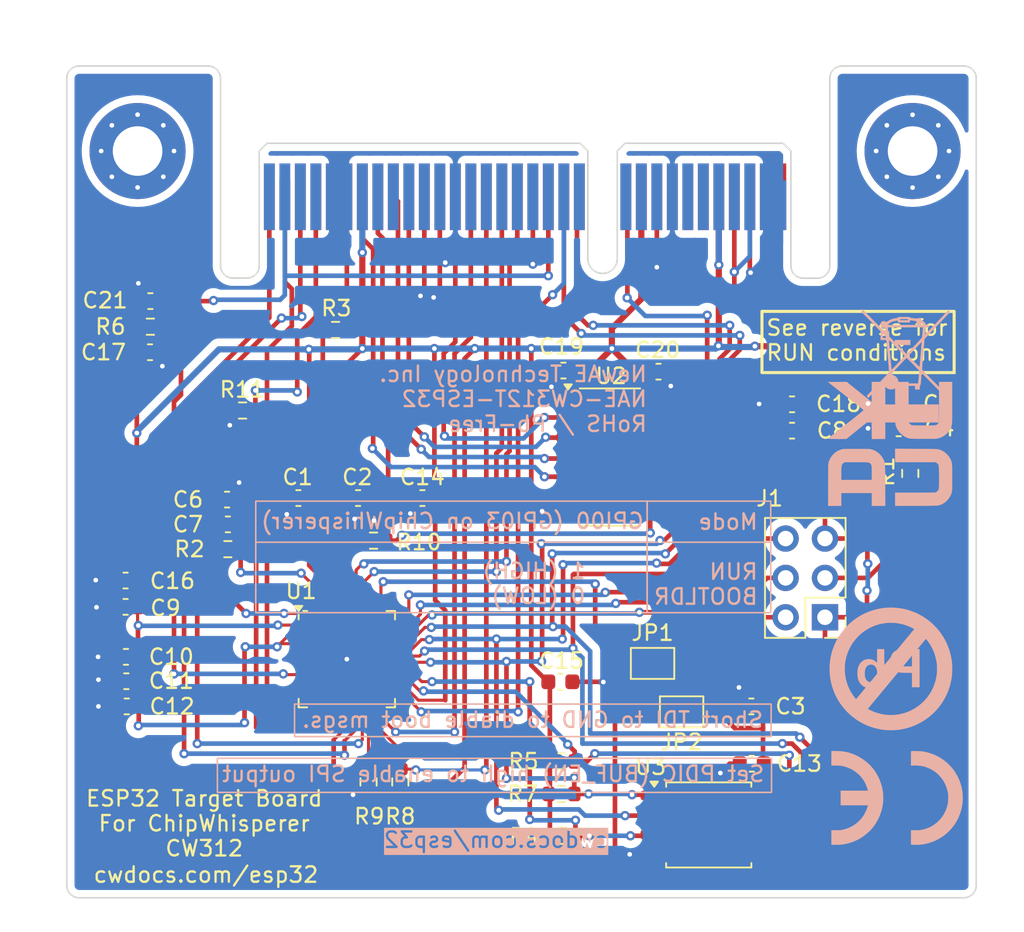
<source format=kicad_pcb>
(kicad_pcb (version 20240108) (generator "pcbnew") (generator_version "8.0")
  (layers (0 "F.Cu" signal) (31 "B.Cu" signal) (34 "B.Paste" user) (35 "F.Paste" user) (36 "B.SilkS" user "B.Silkscreen") (37 "F.SilkS" user "F.Silkscreen") (38 "B.Mask" user) (39 "F.Mask" user) (44 "Edge.Cuts" user))
  (net 0 "")
  (net 1 "VCC")
  (net 2 "GND")
  (net 28 "/Connector/nRST")
  (net 29 "/Connector/SHUNTL")
  (net 30 "/Integrated_Circuits/VDD RTC")
  (net 31 "/Integrated_Circuits/VDD CPU")
  (net 32 "/Connector/TXD")
  (net 33 "/Connector/TDO")
  (net 34 "/Connector/RXD")
  (net 35 "/Connector/BUF SDI")
  (net 36 "/Connector/TRIG")
  (net 37 "/Connector/LED1")
  (net 38 "/Connector/GPIO16")
  (net 39 "/Connector/TMS")
  (net 40 "/Connector/TDI")
  (net 41 "/Connector/BUF SCK")
  (net 42 "/Connector/GPIO3")
  (net 43 "/Connector/BUF CS")
  (net 44 "/Connector/BUF SDO")
  (net 45 "/Connector/LED3")
  (net 46 "/Connector/CLK")
  (net 47 "/Connector/OE")
  (net 48 "/Connector/TCK")
  (net 49 "/Connector/LED2")
  (net 50 "/Integrated_Circuits/FLASH WP")
  (net 51 "/Integrated_Circuits/FLASH HD")
  (net 52 "/Integrated_Circuits/FLASH CS")
  (net 53 "/Integrated_Circuits/FLASH SDI")
  (net 54 "/Integrated_Circuits/FLASH SDO")
  (net 55 "/Integrated_Circuits/FLASH SCK")
  (net 56 "Net-(U1-CAP1)")
  (net 57 "Net-(U1-CAP2)")
  (net 58 "Net-(U1-XTAL_P)")
  (net 59 "Net-(U1-GPIO2)")
  (net 79 "Net-(J1-Pad4)")
  (footprint "Silkscrren_Symbols:UKCA-Logo_8x8mm_SilkScreen" (layer "F.Cu") (at 176.969899 90.000334)
    (property "Reference" "PCB4" (hide yes))
    (property "Value" "UKCA symbol" (hide yes))
  )
  (footprint "tutorial_2_library:CW312_Template" (layer "F.Cu") (at 129.05 71.1)
    (property "Reference" "P1" (hide yes))
    (property "Value" "PCIEx4 EDGE CONNECTOR")
    (fp_line (start -4.57 -4.69) (end -4.57 47.4) (stroke (width 0.1)) (layer "Edge.Cuts"))
    (fp_line (start 4.55 -5.49) (end -3.77 -5.49) (stroke (width 0.1)) (layer "Edge.Cuts"))
    (fp_line (start 5.35 7.4) (end 5.35 -4.69) (stroke (width 0.1)) (layer "Edge.Cuts"))
    (fp_line (start 7.05 8.2) (end 6.15 8.2) (stroke (width 0.1)) (layer "Edge.Cuts"))
    (fp_line (start 7.85 0) (end 8.35 -0.5) (stroke (width 0.1)) (layer "Edge.Cuts"))
    (fp_line (start 7.85 7.4) (end 7.85 0) (stroke (width 0.1)) (layer "Edge.Cuts"))
    (fp_line (start 28.55 -0.5) (end 8.35 -0.5) (stroke (width 0.1)) (layer "Edge.Cuts"))
    (fp_line (start 29.05 0) (end 28.55 -0.5) (stroke (width 0.1)) (layer "Edge.Cuts"))
    (fp_line (start 29.05 6.95) (end 29.05 0) (stroke (width 0.1)) (layer "Edge.Cuts"))
    (fp_line (start 30.95 0) (end 31.45 -0.5) (stroke (width 0.1)) (layer "Edge.Cuts"))
    (fp_line (start 30.95 6.95) (end 30.95 0) (stroke (width 0.1)) (layer "Edge.Cuts"))
    (fp_line (start 41.65 -0.5) (end 31.45 -0.5) (stroke (width 0.1)) (layer "Edge.Cuts"))
    (fp_line (start 42.15 0) (end 41.65 -0.5) (stroke (width 0.1)) (layer "Edge.Cuts"))
    (fp_line (start 42.15 7.41) (end 42.15 0) (stroke (width 0.1)) (layer "Edge.Cuts"))
    (fp_line (start 42.95 8.21) (end 43.86 8.21) (stroke (width 0.1)) (layer "Edge.Cuts"))
    (fp_line (start 44.66 7.41) (end 44.66 -4.69) (stroke (width 0.1)) (layer "Edge.Cuts"))
    (fp_line (start 45.46 -5.49) (end 53.31 -5.49) (stroke (width 0.1)) (layer "Edge.Cuts"))
    (fp_line (start 53.31 48.2) (end -3.77 48.2) (stroke (width 0.1)) (layer "Edge.Cuts"))
    (fp_line (start 54.11 -4.69) (end 54.11 47.4) (stroke (width 0.1)) (layer "Edge.Cuts"))
    (fp_arc (start -4.57 -4.69) (mid -4.335685 -5.255685) (end -3.77 -5.49) (stroke (width 0.1)) (layer "Edge.Cuts"))
    (fp_arc (start -3.77 48.2) (mid -4.335685 47.965685) (end -4.57 47.4) (stroke (width 0.1)) (layer "Edge.Cuts"))
    (fp_arc (start 4.55 -5.49) (mid 5.115685 -5.255685) (end 5.35 -4.69) (stroke (width 0.1)) (layer "Edge.Cuts"))
    (fp_arc (start 6.15 8.2) (mid 5.584315 7.965685) (end 5.35 7.4) (stroke (width 0.1)) (layer "Edge.Cuts"))
    (fp_arc (start 7.85 7.4) (mid 7.615685 7.965685) (end 7.05 8.2) (stroke (width 0.1)) (layer "Edge.Cuts"))
    (fp_arc (start 30.95 6.95) (mid 30 7.9) (end 29.05 6.95) (stroke (width 0.1)) (layer "Edge.Cuts"))
    (fp_arc (start 42.95 8.21) (mid 42.384315 7.975685) (end 42.15 7.41) (stroke (width 0.1)) (layer "Edge.Cuts"))
    (fp_arc (start 44.66 -4.69) (mid 44.894315 -5.255685) (end 45.46 -5.49) (stroke (width 0.1)) (layer "Edge.Cuts"))
    (fp_arc (start 44.66 7.41) (mid 44.425685 7.975685) (end 43.86 8.21) (stroke (width 0.1)) (layer "Edge.Cuts"))
    (fp_arc (start 53.31 -5.49) (mid 53.875685 -5.255685) (end 54.11 -4.69) (stroke (width 0.1)) (layer "Edge.Cuts"))
    (fp_arc (start 54.11 47.4) (mid 53.875685 47.965685) (end 53.31 48.2) (stroke (width 0.1)) (layer "Edge.Cuts"))
  )
  (footprint "Silkscrren_Symbols:WEEE-Logo_5.6x8mm_SilkScreen" (layer "F.Cu") (at 177.516666 84.603985)
    (property "Reference" "PCB6" (hide yes))
    (property "Value" "WEEE SYMBOL" (hide yes))
  )
  (footprint "Resistor_SMD:R_0603_1608Metric" (layer "F.Cu") (at 178.9 91.9125 90)
    (property "Reference" "R1")
    (property "Value" "RES_10R_0603")
  )
  (footprint "Resistor_SMD:R_0603_1608Metric" (layer "F.Cu") (at 143.95 111.825 90)
    (property "Reference" "R9")
    (property "Value" "RES_10k_0603")
  )
  (footprint "Capacitor_SMD:C_0603_1608Metric" (layer "F.Cu") (at 139.425 93.5 180)
    (property "Reference" "C1")
    (property "Value" "CAP_100n_6.3V_0603")
  )
  (footprint "Capacitor_SMD:C_0603_1608Metric" (layer "F.Cu") (at 134.875 95.2)
    (property "Reference" "C7")
    (property "Value" "CAP_3000p_50V_0603")
  )
  (footprint "Capacitor_SMD:C_0603_1608Metric" (layer "F.Cu") (at 156.525 85.27 180)
    (property "Reference" "C19")
    (property "Value" "CAP_100n_6.3V_0603")
  )
  (footprint "Capacitor_SMD:C_0603_1608Metric" (layer "F.Cu") (at 171.275 87.450002 180)
    (property "Reference" "C18")
    (property "Value" "CAP_100n_6.3V_0603")
  )
  (footprint "Jumper:SolderJumper-2_P1.3mm_Bridged2Bar_Pad1.0x1.5mm" (layer "F.Cu") (at 164.149999 107.3 180)
    (property "Reference" "JP2")
    (property "Value" "~")
  )
  (footprint "Connector_PinHeader_2.54mm:PinHeader_2x03_P2.54mm_Vertical" (layer "F.Cu") (at 173.4 101.195 180)
    (property "Reference" "J1")
    (property "Value" "HDR_6_2.54")
  )
  (footprint "Capacitor_SMD:C_0603_1608Metric" (layer "F.Cu") (at 128.275 100.525 180)
    (property "Reference" "C9")
    (property "Value" "CAP_100n_6.3V_0603")
  )
  (footprint "Resistor_SMD:R_0603_1608Metric" (layer "F.Cu") (at 144.275 96.25)
    (property "Reference" "R10")
    (property "Value" "RES_100k_0603")
  )
  (footprint "Capacitor_SMD:C_0603_1608Metric" (layer "F.Cu") (at 171.274999 89.15 180)
    (property "Reference" "C8")
    (property "Value" "CAP_100n_6.3V_0603")
  )
  (footprint "Capacitor_SMD:C_0603_1608Metric" (layer "F.Cu") (at 128.325 105.325 180)
    (property "Reference" "C11")
    (property "Value" "CAP_2u2_6.3V_0603")
  )
  (footprint "Capacitor_SMD:C_0603_1608Metric" (layer "F.Cu") (at 168.675 110.65 180)
    (property "Reference" "C13")
    (property "Value" "CAP_100n_6.3V_0603")
  )
  (footprint "Capacitor_SMD:C_0603_1608Metric" (layer "F.Cu") (at 134.825 93.6 180)
    (property "Reference" "C6")
    (property "Value" "CAP_10n_10V_0603")
  )
  (footprint "Resistor_SMD:R_0603_1608Metric" (layer "F.Cu") (at 156.475 115.3 180)
    (property "Reference" "R4")
    (property "Value" "RES_10k_0603")
  )
  (footprint "Package_SO:SOIC-8_5.275x5.275mm_P1.27mm" (layer "F.Cu") (at 165.9 114.6)
    (property "Reference" "U3")
    (property "Value" "IS25WP032D")
  )
  (footprint "Capacitor_SMD:C_0603_1608Metric" (layer "F.Cu") (at 162.6575 85.341249)
    (property "Reference" "C20")
    (property "Value" "CAP_100n_6.3V_0603")
  )
  (footprint "Capacitor_SMD:C_0603_1608Metric" (layer "F.Cu") (at 128.35 106.95 180)
    (property "Reference" "C12")
    (property "Value" "CAP_100n_6.3V_0603")
  )
  (footprint "Capacitor_SMD:C_0603_1608Metric" (layer "F.Cu") (at 129.875001 80.7875 180)
    (property "Reference" "C21")
    (property "Value" "CAP_100n_6.3V_0603")
  )
  (footprint "Capacitor_SMD:C_0603_1608Metric" (layer "F.Cu") (at 178.175 87.4 180)
    (property "Reference" "C5")
    (property "Value" "CAP_2u2_6.3V_0603")
  )
  (footprint "Capacitor_SMD:C_0603_1608Metric" (layer "F.Cu") (at 143.274999 93.5)
    (property "Reference" "C2")
    (property "Value" "CAP_100n_6.3V_0603")
  )
  (footprint "Capacitor_SMD:C_0603_1608Metric" (layer "F.Cu") (at 168.65 106.95 180)
    (property "Reference" "C3")
    (property "Value" "CAP_100n_6.3V_0603")
  )
  (footprint "Capacitor_SMD:C_0603_1608Metric" (layer "F.Cu") (at 128.3 103.75 180)
    (property "Reference" "C10")
    (property "Value" "CAP_2u2_6.3V_0603")
  )
  (footprint "Resistor_SMD:R_0603_1608Metric" (layer "F.Cu") (at 129.875 82.4375)
    (property "Reference" "R6")
    (property "Value" "RES_10k_0603")
  )
  (footprint "Resistor_SMD:R_0603_1608Metric" (layer "F.Cu") (at 135.824999 87.85)
    (property "Reference" "R11")
    (property "Value" "RES_10k_0603")
  )
  (footprint "Capacitor_SMD:C_0603_1608Metric" (layer "F.Cu") (at 128.275 98.824998 180)
    (property "Reference" "C16")
    (property "Value" "CAP_100n_6.3V_0603")
  )
  (footprint "Silkscrren_Symbols:Pb_Free_8.0x8.0mm_SilkScreen" (layer "F.Cu") (at 176.920079 104.528914)
    (property "Reference" "PCB7" (hide yes))
    (property "Value" "Pb_Free Symbol" (hide yes))
  )
  (footprint "Silkscrren_Symbols:CE-Logo_8.5x6mm_SilkScreen" (layer "F.Cu") (at 178.05 112.85)
    (property "Reference" "PCB5" (hide yes))
    (property "Value" "CE Symbol" (hide yes))
  )
  (footprint "Resistor_SMD:R_0603_1608Metric" (layer "F.Cu") (at 156.4 112.6 180)
    (property "Reference" "R7")
    (property "Value" "RES_10k_0603")
  )
  (footprint "Jumper:SolderJumper-2_P1.3mm_Bridged2Bar_Pad1.0x1.5mm" (layer "F.Cu") (at 162.274999 104.175)
    (property "Reference" "JP1")
    (property "Value" "~")
  )
  (footprint "Capacitor_SMD:C_0603_1608Metric" (layer "F.Cu") (at 178.15 89 180)
    (property "Reference" "C4")
    (property "Value" "CAP_100n_6.3V_0603")
  )
  (footprint "Capacitor_SMD:C_0603_1608Metric" (layer "F.Cu") (at 129.85 84.0875)
    (property "Reference" "C17")
    (property "Value" "CAP_100n_6.3V_0603")
  )
  (footprint "Package_DFN_QFN:QFN-48-1EP_6x6mm_P0.4mm_EP4.3x4.3mm" (layer "F.Cu") (at 142.55 103.9)
    (property "Reference" "U1")
    (property "Value" "ESP32-D0WDQ6")
  )
  (footprint "Resistor_SMD:R_0603_1608Metric" (layer "F.Cu") (at 141.825 82.65)
    (property "Reference" "R3")
    (property "Value" "RES_51R_0603")
  )
  (footprint "Resistor_SMD:R_0603_1608Metric" (layer "F.Cu") (at 146 111.825 -90)
    (property "Reference" "R8")
    (property "Value" "RES_10k_0603")
  )
  (footprint "Resistor_SMD:R_0603_1608Metric" (layer "F.Cu") (at 134.875 96.8)
    (property "Reference" "R2")
    (property "Value" "RES_20k_0603")
  )
  (footprint "Package_SO:SOIC-14_3.9x8.7mm_P1.27mm" (layer "F.Cu") (at 159.525 90.86)
    (property "Reference" "U2")
    (property "Value" "TXB0104PWR")
  )
  (footprint "Capacitor_SMD:C_0603_1608Metric" (layer "F.Cu") (at 147.425 93.5 180)
    (property "Reference" "C14")
    (property "Value" "CAP_100n_6.3V_0603")
  )
  (footprint "Resistor_SMD:R_0603_1608Metric" (layer "F.Cu") (at 156.425 110.5 180)
    (property "Reference" "R5")
    (property "Value" "RES_10k_0603")
  )
  (footprint "Capacitor_SMD:C_0603_1608Metric" (layer "F.Cu") (at 156.325 105.3625)
    (property "Reference" "C15")
    (property "Value" "CAP_100n_6.3V_0603")
  )
  (gr_rect (start 161.925 93.7) (end 169.9 100.9) (stroke (width 0.1)) (fill none) (layer "B.SilkS"))
  (gr_rect (start 134.2 110.3) (end 169.95 112.5) (stroke (width 0.1)) (fill none) (layer "B.SilkS"))
  (gr_rect (start 136.675 93.7) (end 161.925 100.9) (stroke (width 0.1)) (fill none) (layer "B.SilkS"))
  (gr_line (start 136.7 96.35) (end 169.9 96.35) (stroke (width 0.1)) (layer "B.SilkS"))
  (gr_rect (start 139.175 106.8) (end 169.925 108.9) (stroke (width 0.1)) (fill none) (layer "B.SilkS"))
  (gr_poly (pts (xy 169.332785 81.45) (xy 181.732784 81.45) (xy 181.732784 85.400001) (xy 169.332785 85.400001)) (stroke (width 0.2)) (fill none) (layer "F.SilkS"))
  (gr_text "cwdocs.com/esp32" (at 159.525 116.15 0) (layer "B.SilkS" knockout) (effects (font (size 1 1) (thickness 0.153)) (justify left bottom mirror)))
  (gr_text "NewAE Technology Inc.\nNAE-CW312T-ESP32\nRoHS / Pb-Free" (at 162 89.3 0) (layer "B.SilkS") (effects (font (size 1 1) (thickness 0.153)) (justify left bottom mirror)))
  (gr_text "Set PDIC (BUF_EN) high to enable SPI output" (at 169.575 111.9 0) (layer "B.SilkS") (effects (font (size 1 1) (thickness 0.153)) (justify left bottom mirror)))
  (gr_text "Mode\n\nRUN\nBOOTLDR" (at 169.15 100.45 0) (layer "B.SilkS") (effects (font (size 1 1) (thickness 0.153)) (justify left bottom mirror)))
  (gr_text "Short TDI to GND to diable boot msgs." (at 169.5 108.4 0) (layer "B.SilkS") (effects (font (size 1 1) (thickness 0.153)) (justify left bottom mirror)))
  (gr_text "GPI00 (GPI03 on ChipWhisperer)\n\n	1 (HIGH)\n	0 (LOW)" (at 161.8 100.4 0) (layer "B.SilkS") (effects (font (size 1 1) (thickness 0.153)) (justify left bottom mirror)))
  (gr_text "ESP32 Target Board\nFor ChipWhisperer\nCW312" (at 133.35 116.7 0) (layer "F.SilkS") (effects (font (size 1 1)) (justify bottom)))
  (gr_text "cwdocs.com/esp32\n" (at 126.125 118.4 0) (layer "F.SilkS") (effects (font (size 1 1)) (justify left bottom)))
  (gr_text "See reverse for \nRUN conditions" (at 169.532784 84.7 0) (layer "F.SilkS") (effects (font (size 1 1)) (justify left bottom)))
  (segment (start 159.65 82.55) (end 161.55 80.65) (width 0.4) (layer "F.Cu") (net 1))
  (segment (start 170.175 105) (end 169.4 105.775) (width 0.3) (layer "F.Cu") (net 1))
  (segment (start 140.1 83.9) (end 140.125 83.925) (width 0.3) (layer "F.Cu") (net 1))
  (segment (start 169.4 105.775) (end 169.4 108.35) (width 0.3) (layer "F.Cu") (net 1))
  (segment (start 143.55 77.65) (end 143.55 83.85) (width 0.4) (layer "F.Cu") (net 1))
  (segment (start 138.649999 102.5) (end 139.6 102.5) (width 0.2) (layer "F.Cu") (net 1))
  (segment (start 129.075 101.875) (end 129.075 103.75) (width 0.3) (layer "F.Cu") (net 1))
  (segment (start 148.9 106.55) (end 147.165686 106.55) (width 0.2) (layer "F.Cu") (net 1))
  (segment (start 176.135 97.72) (end 176.16 97.745) (width 0.3) (layer "F.Cu") (net 1))
  (segment (start 142.35 99.75) (end 142.35 91.725) (width 0.3) (layer "F.Cu") (net 1))
  (segment (start 140.125 97.85) (end 140.7 98.425) (width 0.3) (layer "F.Cu") (net 1))
  (segment (start 129.3 84.3125) (end 129.075 84.0875) (width 0.3) (layer "F.Cu") (net 1))
  (segment (start 173.4 101.195) (end 173.4 103.75) (width 0.3) (layer "F.Cu") (net 1))
  (segment (start 173.4 96.115) (end 175.53 96.115) (width 0.3) (layer "F.Cu") (net 1))
  (segment (start 175.535 101.195) (end 173.4 101.195) (width 0.3) (layer "F.Cu") (net 1))
  (segment (start 150.15 84.5) (end 150.15 110.9) (width 0.3) (layer "F.Cu") (net 1))
  (segment (start 172.049999 89.15) (end 172.049999 91.709999) (width 0.3) (layer "F.Cu") (net 1))
  (segment (start 169.4 110.6) (end 169.45 110.65) (width 0.3) (layer "F.Cu") (net 1))
  (segment (start 158.23 85.27) (end 157.3 85.27) (width 0.4) (layer "F.Cu") (net 1))
  (segment (start 172.05 86.075) (end 172.05 87.450002) (width 0.4) (layer "F.Cu") (net 1))
  (segment (start 129.1 101.85) (end 129.075 101.875) (width 0.2) (layer "F.Cu") (net 1))
  (segment (start 175.53 96.115) (end 176.135 96.72) (width 0.3) (layer "F.Cu") (net 1))
  (segment (start 148.4 112.65) (end 146 112.65) (width 0.3) (layer "F.Cu") (net 1))
  (segment (start 148.25 100.1) (end 148.25 93.55) (width 0.3) (layer "F.Cu") (net 1))
  (segment (start 157 87) (end 157.05 87.05) (width 0.3) (layer "F.Cu") (net 1))
  (segment (start 161.8825 85.22) (end 161.8825 86.9325) (width 0.3) (layer "F.Cu") (net 1))
  (segment (start 129.1 105.325) (end 129.1 106.925) (width 0.3) (layer "F.Cu") (net 1))
  (segment (start 169.4 108.35) (end 169.4 110.6) (width 0.3) (layer "F.Cu") (net 1))
  (segment (start 166.525 83.675) (end 166.55 83.65) (width 0.4) (layer "F.Cu") (net 1))
  (segment (start 146.315686 105.7) (end 145.5 105.7) (width 0.2) (layer "F.Cu") (net 1))
  (segment (start 161.141249 85.341249) (end 161.8825 85.341249) (width 0.4) (layer "F.Cu") (net 1))
  (segment (start 129.05 101.674999) (end 129.1 101.724999) (width 0.2) (layer "F.Cu") (net 1))
  (segment (start 150.15 110.9) (end 148.4 112.65) (width 0.3) (layer "F.Cu") (net 1))
  (segment (start 129.05 82.4375) (end 129.05 84.0625) (width 0.3) (layer "F.Cu") (net 1))
  (segment (start 176.135 96.72) (end 176.135 97.72) (width 0.3) (layer "F.Cu") (net 1))
  (segment (start 129.025 103.7) (end 129.075 103.75) (width 0.2) (layer "F.Cu") (net 1))
  (segment (start 161.8825 85.341249) (end 161.7825 85.441249) (width 0.3) (layer "F.Cu") (net 1))
  (segment (start 157.05 87.05) (end 162 87.05) (width 0.3) (layer "F.Cu") (net 1))
  (segment (start 157.3 85.27) (end 157.3 86.8) (width 0.4) (layer "F.Cu") (net 1))
  (segment (start 172.049999 91.709999) (end 173.4 93.06) (width 0.3) (layer "F.Cu") (net 1))
  (segment (start 172.05 87.450002) (end 172.05 89.149999) (width 0.3) (layer "F.Cu") (net 1))
  (segment (start 135.95 103.15) (end 136 103.1) (width 0.2) (layer "F.Cu") (net 1))
  (segment (start 161.8825 86.9325) (end 162 87.05) (width 0.3) (layer "F.Cu") (net 1))
  (segment (start 148.2 83.85) (end 148.2 93.25) (width 0.3) (layer "F.Cu") (net 1))
  (segment (start 169.4 108.35) (end 167.575 108.35) (width 0.3) (layer "F.Cu") (net 1))
  (segment (start 172.05 89.149999) (end 172.049999 89.15) (width 0.2) (layer "F.Cu") (net 1))
  (segment (start 139.6 101.7) (end 138.1 101.7) (width 0.2) (layer "F.Cu") (net 1))
  (segment (start 129.1 106.925) (end 129.125 106.95) (width 0.2) (layer "F.Cu") (net 1))
  (segment (start 157.25 85.22) (end 157.3 85.27) (width 0.4) (layer "F.Cu") (net 1))
  (segment (start 169.45 112.645) (end 169.5 112.695) (width 0.2) (layer "F.Cu") (net 1))
  (segment (start 140.7 98.425) (end 141.15 98.875) (width 0.2) (layer "F.Cu") (net 1))
  (segment (start 129.125 108.175) (end 129.1 108.2) (width 0.2) (layer "F.Cu") (net 1))
  (segment (start 138.249999 102.9) (end 139.6 102.9) (width 0.2) (layer "F.Cu") (net 1))
  (segment (start 166.55 83.65) (end 166.55 74.05) (width 0.4) (layer "F.Cu") (net 1))
  (segment (start 172.15 105) (end 170.175 105) (width 0.3) (layer "F.Cu") (net 1))
  (segment (start 159.65 83.85) (end 161.141249 85.341249) (width 0.4) (layer "F.Cu") (net 1))
  (segment (start 161.55 80.65) (end 161.55 74.05) (width 0.4) (layer "F.Cu") (net 1))
  (segment (start 155.575 105.3375) (end 155.55 105.3625) (width 0.2) (layer "F.Cu") (net 1))
  (segment (start 140.125 83.925) (end 140.125 97.85) (width 0.3) (layer "F.Cu") (net 1))
  (segment (start 155.65 105.5) (end 155.65 114.75) (width 0.3) (layer "F.Cu") (net 1))
  (segment (start 141.15 98.875) (end 141.15 100.95) (width 0.2) (layer "F.Cu") (net 1))
  (segment (start 129 98.774998) (end 129 89.3) (width 0.3) (layer "F.Cu") (net 1))
  (segment (start 166.525 83.675) (end 166.46625 83.73375) (width 0.4) (layer "F.Cu") (net 1))
  (segment (start 129.125 105.3) (end 129.1 105.325) (width 0.2) (layer "F.Cu") (net 1))
  (segment (start 142.375 85.025) (end 142.375 91.7) (width 0.3) (layer "F.Cu") (net 1))
  (segment (start 148.45 93.25) (end 148.2 93.5) (width 0.3) (layer "F.Cu") (net 1))
  (segment (start 148.9 106.55) (end 148.9 100.75) (width 0.3) (layer "F.Cu") (net 1))
  (segment (start 167.575 108.35) (end 166.475 107.25) (width 0.3) (layer "F.Cu") (net 1))
  (segment (start 129.05 98.824998) (end 129 98.774998) (width 0.3) (layer "F.Cu") (net 1))
  (segment (start 129.1 105.325) (end 129.125 105.35) (width 0.2) (layer "F.Cu") (net 1))
  (segment (start 129.05 98.875) (end 129.099998 98.824999) (width 0.2) (layer "F.Cu") (net 1))
  (segment (start 159.65 83.85) (end 158.23 85.27) (width 0.4) (layer "F.Cu") (net 1))
  (segment (start 173.4 93.06) (end 173.4 96.115) (width 0.3) (layer "F.Cu") (net 1))
  (segment (start 143.55 83.85) (end 142.375 85.025) (width 0.3) (layer "F.Cu") (net 1))
  (segment (start 169.45 110.65) (end 169.45 112.645) (width 0.3) (layer "F.Cu") (net 1))
  (segment (start 129.075 84.0875) (end 129.05 84.1125) (width 0.3) (layer "F.Cu") (net 1))
  (segment (start 148.9 100.75) (end 148.25 100.1) (width 0.3) (layer "F.Cu") (net 1))
  (segment (start 142.35 100.95) (end 142.35 99.65) (width 0.2) (layer "F.Cu") (net 1))
  (segment (start 159.65 83.85) (end 159.65 82.55) (width 0.4) (layer "F.Cu") (net 1))
  (segment (start 129.075 105.3) (end 129.1 105.325) (width 0.2) (layer "F.Cu") (net 1))
  (segment (start 129 98.674998) (end 128.85 98.824998) (width 0.3) (layer "F.Cu") (net 1))
  (segment (start 142.425 93.525) (end 142.45 93.5) (width 0.3) (layer "F.Cu") (net 1))
  (segment (start 129.05 84.0625) (end 129.075 84.0875) (width 0.2) (layer "F.Cu") (net 1))
  (segment (start 129.05 98.824999) (end 129.05 100.524999) (width 0.3) (layer "F.Cu") (net 1))
  (segment (start 166.55 74.05) (end 166.55 78.45) (width 0.4) (layer "F.Cu") (net 1))
  (segment (start 138.049999 103.1) (end 138.249999 102.9) (width 0.2) (layer "F.Cu") (net 1))
  (segment (start 129.05 100.525) (end 129.05 101.674999) (width 0.2) (layer "F.Cu") (net 1))
  (segment (start 169.675 83.7) (end 172.05 86.075) (width 0.4) (layer "F.Cu") (net 1))
  (segment (start 147.165686 106.55) (end 146.315686 105.7) (width 0.2) (layer "F.Cu") (net 1))
  (segment (start 168.875 83.7) (end 169.675 83.7) (width 0.4) (layer "F.Cu") (net 1))
  (segment (start 129 89.3) (end 129 84.3125) (width 0.3) (layer "F.Cu") (net 1))
  (segment (start 129.075 103.75) (end 129.075 105.3) (width 0.3) (layer "F.Cu") (net 1))
  (segment (start 148.25 93.55) (end 148.2 93.5) (width 0.3) (layer "F.Cu") (net 1))
  (segment (start 176.11 100.62) (end 175.535 101.195) (width 0.3) (layer "F.Cu") (net 1))
  (segment (start 161.9 86.95) (end 162 87.05) (width 0.2) (layer "F.Cu") (net 1))
  (segment (start 129.125 106.95) (end 129.125 108.175) (width 0.3) (layer "F.Cu") (net 1))
  (segment (start 150.8 83.85) (end 150.15 84.5) (width 0.3) (layer "F.Cu") (net 1))
  (segment (start 176.11 99.47) (end 176.11 100.62) (width 0.3) (layer "F.Cu") (net 1))
  (segment (start 155.5 105.4125) (end 155.55 105.3625) (width 0.2) (layer "F.Cu") (net 1))
  (segment (start 129.025 105.25) (end 129.125 105.35) (width 0.3) (layer "F.Cu") (net 1))
  (segment (start 129.050001 98.824999) (end 129.05 98.824998) (width 0.3) (layer "F.Cu") (net 1))
  (segment (start 154.45 83.85) (end 154.45 104.3) (width 0.3) (layer "F.Cu") (net 1))
  (segment (start 135.95 108) (end 135.95 103.15) (width 0.3) (layer "F.Cu") (net 1))
  (segment (start 157.3 86.8) (end 157.05 87.05) (width 0.4) (layer "F.Cu") (net 1))
  (segment (start 166.475 107.25) (end 164.799999 107.25) (width 0.3) (layer "F.Cu") (net 1))
  (segment (start 138.049999 103.1) (end 138.649999 102.5) (width 0.2) (layer "F.Cu") (net 1))
  (segment (start 154.45 104.3) (end 155.65 105.5) (width 0.3) (layer "F.Cu") (net 1))
  (segment (start 129.05 100.674999) (end 128.950001 100.575) (width 0.3) (layer "F.Cu") (net 1))
  (segment (start 129.1 101.724999) (end 129.1 101.85) (width 0.2) (layer "F.Cu") (net 1))
  (segment (start 173.4 103.75) (end 172.15 105) (width 0.3) (layer "F.Cu") (net 1))
  (via (at 129.1 108.2) (size 0.6) (drill 0.3) (layers "F.Cu" "B.Cu") (net 1))
  (via (at 176.11 99.47) (size 0.6) (drill 0.3) (layers "F.Cu" "B.Cu") (net 1))
  (via (at 129.1 101.724999) (size 0.6) (drill 0.3) (layers "F.Cu" "B.Cu") (net 1))
  (via (at 136 103.1) (size 0.6) (drill 0.3) (layers "F.Cu" "B.Cu") (net 1))
  (via (at 150.8 83.85) (size 0.6) (drill 0.3) (layers "F.Cu" "B.Cu") (net 1))
  (via (at 140.1 83.9) (size 0.6) (drill 0.3) (layers "F.Cu" "B.Cu") (net 1))
  (via (at 143.55 77.65) (size 0.6) (drill 0.3) (layers "F.Cu" "B.Cu") (net 1))
  (via (at 159.65 83.85) (size 0.6) (drill 0.3) (layers "F.Cu" "B.Cu") (net 1))
  (via (at 143.55 83.85) (size 0.6) (drill 0.3) (layers "F.Cu" "B.Cu") (net 1))
  (via (at 166.525 83.675) (size 0.6) (drill 0.3) (layers "F.Cu" "B.Cu") (net 1))
  (via (at 176.16 97.745) (size 0.6) (drill 0.3) (layers "F.Cu" "B.Cu") (net 1))
  (via (at 129 89.3) (size 0.6) (drill 0.3) (layers "F.Cu" "B.Cu") (net 1))
  (via (at 135.95 108) (size 0.6) (drill 0.3) (layers "F.Cu" "B.Cu") (net 1))
  (via (at 154.45 83.85) (size 0.6) (drill 0.3) (layers "F.Cu" "B.Cu") (net 1))
  (via (at 168.875 83.7) (size 0.6) (drill 0.3) (layers "F.Cu" "B.Cu") (net 1))
  (via (at 148.2 83.85) (size 0.6) (drill 0.3) (layers "F.Cu" "B.Cu") (net 1))
  (via (at 138.1 101.7) (size 0.6) (drill 0.3) (layers "F.Cu" "B.Cu") (net 1))
  (via (at 138.049999 103.1) (size 0.6) (drill 0.3) (layers "F.Cu" "B.Cu") (net 1))
  (via (at 166.55 78.45) (size 0.6) (drill 0.3) (layers "F.Cu" "B.Cu") (net 1))
  (segment (start 138.05 101.75) (end 138.1 101.7) (width 0.3) (layer "B.Cu") (net 1))
  (segment (start 129 89.2) (end 129 89.3) (width 0.4) (layer "B.Cu") (net 1))
  (segment (start 168.875 83.7) (end 168.825 83.75) (width 0.4) (layer "B.Cu") (net 1))
  (segment (start 143.5 83.9) (end 143.55 83.85) (width 0.4) (layer "B.Cu") (net 1))
  (segment (start 166.55 74.05) (end 166.55 78.45) (width 0.4) (layer "B.Cu") (net 1))
  (segment (start 138.049999 103.1) (end 136 103.1) (width 0.3) (layer "B.Cu") (net 1))
  (segment (start 166.6 83.75) (end 166.525 83.675) (width 0.4) (layer "B.Cu") (net 1))
  (segment (start 176.16 99.42) (end 176.11 99.47) (width 0.3) (layer "B.Cu") (net 1))
  (segment (start 168.825 83.75) (end 166.6 83.75) (width 0.4) (layer "B.Cu") (net 1))
  (segment (start 134.3 83.9) (end 129 89.2) (width 0.4) (layer "B.Cu") (net 1))
  (segment (start 154.45 83.85) (end 150.8 83.85) (width 0.4) (layer "B.Cu") (net 1))
  (segment (start 166.35 83.85) (end 154.45 83.85) (width 0.4) (layer "B.Cu") (net 1))
  (segment (start 176.16 97.745) (end 176.16 99.42) (width 0.3) (layer "B.Cu") (net 1))
  (segment (start 129.325001 101.75) (end 138.05 101.75) (width 0.3) (layer "B.Cu") (net 1))
  (segment (start 129.1 108.2) (end 129.15 108.15) (width 0.2) (layer "B.Cu") (net 1))
  (segment (start 135.8 108.15) (end 135.95 108) (width 0.2) (layer "B.Cu") (net 1))
  (segment (start 129.15 108.15) (end 135.8 108.15) (width 0.3) (layer "B.Cu") (net 1))
  (segment (start 143.55 74.05) (end 143.55 77.65) (width 0.4) (layer "B.Cu") (net 1))
  (segment (start 166.525 83.675) (end 166.35 83.85) (width 0.4) (layer "B.Cu") (net 1))
  (segment (start 150.8 83.85) (end 148.2 83.85) (width 0.4) (layer "B.Cu") (net 1))
  (segment (start 134.3 83.9) (end 143.5 83.9) (width 0.4) (layer "B.Cu") (net 1))
  (segment (start 148.2 83.85) (end 143.55 83.85) (width 0.4) (layer "B.Cu") (net 1))
  (segment (start 126.374998 98.824998) (end 127.5 98.824998) (width 0.3) (layer "F.Cu") (net 2))
  (segment (start 162.225 116.5) (end 160.775 116.5) (width 0.3) (layer "F.Cu") (net 2))
  (segment (start 148.55 80.15) (end 148.55 74.05) (width 0.3) (layer "F.Cu") (net 2))
  (segment (start 138.65 94.525) (end 138.675 94.55) (width 0.2) (layer "F.Cu") (net 2))
  (segment (start 176.999998 88.850001) (end 176.975 88.875002) (width 0.4) (layer "F.Cu") (net 2))
  (segment (start 170.475001 89.175002) (end 170.5 89.150002) (width 0.4) (layer "F.Cu") (net 2))
  (segment (start 170.499999 87.450003) (end 170.5 87.450002) (width 0.3) (layer "F.Cu") (net 2))
  (segment (start 143.95 112.65) (end 142.95 112.65) (width 0.3) (layer "F.Cu") (net 2))
  (segment (start 163.482499 85.341249) (end 163.482499 86.35875) (width 0.3) (layer "F.Cu") (net 2))
  (segment (start 154.55 77) (end 154.55 78.4) (width 0.3) (layer "F.Cu") (net 2))
  (segment (start 127.55 105.325) (end 126.625 105.325) (width 0.2) (layer "F.Cu") (net 2))
  (segment (start 147.55 80.2) (end 147.55 74.05) (width 0.3) (layer "F.Cu") (net 2))
  (segment (start 127.575 106.95) (end 126.525 106.95) (width 0.2) (layer "F.Cu") (net 2))
  (segment (start 144.049999 94.699999) (end 144.3 94.95) (width 0.3) (layer "F.Cu") (net 2))
  (segment (start 127.5 100.525) (end 126.425 100.525) (width 0.3) (layer "F.Cu") (net 2))
  (segment (start 155.75 86.32) (end 155.75 85.27) (width 0.3) (layer "F.Cu") (net 2))
  (segment (start 163.482499 86.35875) (end 163.45 86.391249) (width 0.3) (layer "F.Cu") (net 2))
  (segment (start 135.6 92.5) (end 135.6 93.6) (width 0.3) (layer "F.Cu") (net 2))
  (segment (start 168.6 78.95) (end 168.55 78.9) (width 0.3) (layer "F.Cu") (net 2))
  (segment (start 126.425 100.525) (end 126.4 100.55) (width 0.2) (layer "F.Cu") (net 2))
  (segment (start 177.325 87.250003) (end 176.975 87.250003) (width 0.3) (layer "F.Cu") (net 2))
  (segment (start 167.875 105.75) (end 167.85 105.725) (width 0.2) (layer "F.Cu") (net 2))
  (segment (start 166.65 111.25) (end 167.25 110.65) (width 0.3) (layer "F.Cu") (net 2))
  (segment (start 135 87.849999) (end 135 88.8) (width 0.3) (layer "F.Cu") (net 2))
  (segment (start 138.65 93.5) (end 138.65 94.525) (width 0.3) (layer "F.Cu") (net 2))
  (segment (start 126.625 105.325) (end 126.525 105.225) (width 0.2) (layer "F.Cu") (net 2))
  (segment (start 167.875 106.95) (end 167.875 105.75) (width 0.2) (layer "F.Cu") (net 2))
  (segment (start 170.425002 89.075005) (end 170.5 89.150002) (width 0.3) (layer "F.Cu") (net 2))
  (segment (start 177.024998 87.300001) (end 176.999999 87.275002) (width 0.2) (layer "F.Cu") (net 2))
  (segment (start 155.15 94.35) (end 155.47 94.67) (width 0.3) (layer "F.Cu") (net 2))
  (segment (start 177.375 89.000001) (end 176.175001 89.000001) (width 0.3) (layer "F.Cu") (net 2))
  (segment (start 177.025 88.925001) (end 177.024998 87.300001) (width 0.3) (layer "F.Cu") (net 2))
  (segment (start 177.025 88.925001) (end 176.974999 88.975002) (width 0.3) (layer "F.Cu") (net 2))
  (segment (start 126.5 103.75) (end 127.525 103.75) (width 0.2) (layer "F.Cu") (net 2))
  (segment (start 170.425 89.075002) (end 170.5 89.150002) (width 0.3) (layer "F.Cu") (net 2))
  (segment (start 170.499999 89.15) (end 170.499999 87.450003) (width 0.3) (layer "F.Cu") (net 2))
  (segment (start 177.025 88.925001) (end 176.975 88.875002) (width 0.2) (layer "F.Cu") (net 2))
  (segment (start 176.999999 87.275002) (end 177.199998 87.475002) (width 0.2) (layer "F.Cu") (net 2))
  (segment (start 130.65 84.9875) (end 130.65 84.1125) (width 0.2) (layer "F.Cu") (net 2))
  (segment (start 159.0875 105.3625) (end 157.1 105.3625) (width 0.3) (layer "F.Cu") (net 2))
  (segment (start 129.100001 80.7875) (end 129.100001 79.637501) (width 0.3) (layer "F.Cu") (net 2))
  (segment (start 144.049999 93.5) (end 144.049999 94.699999) (width 0.3) (layer "F.Cu") (net 2))
  (segment (start 146.65 93.5) (end 146.65 94.5) (width 0.3) (layer "F.Cu") (net 2))
  (segment (start 143.475 95.275) (end 143.475 96.1) (width 0.3) (layer "F.Cu") (net 2))
  (segment (start 129.100001 79.637501) (end 129.1 79.6375) (width 0.2) (layer "F.Cu") (net 2))
  (segment (start 155.47 94.67) (end 157.05 94.67) (width 0.3) (layer "F.Cu") (net 2))
  (segment (start 167.25 110.65) (end 167.9 110.65) (width 0.3) (layer "F.Cu") (net 2))
  (segment (start 168.55 78.9) (end 168.55 74.05) (width 0.3) (layer "F.Cu") (net 2))
  (segment (start 147.3 80.45) (end 147.55 80.2) (width 0.3) (layer "F.Cu") (net 2))
  (segment (start 159.1 105.375) (end 159.0875 105.3625) (width 0.3) (layer "F.Cu") (net 2))
  (segment (start 176.999998 87.275001) (end 176.975 87.250003) (width 0.3) (layer "F.Cu") (net 2))
  (segment (start 148.15 80.55) (end 148.55 80.15) (width 0.3) (layer "F.Cu") (net 2))
  (segment (start 177 88.950002) (end 177.025 88.925001) (width 0.3) (layer "F.Cu") (net 2))
  (segment (start 126.35 98.8) (end 126.374998 98.824998) (width 0.2) (layer "F.Cu") (net 2))
  (segment (start 162.55 74.05) (end 162.55 78.6) (width 0.3) (layer "F.Cu") (net 2))
  (segment (start 170.5 87.450002) (end 169.175002 87.450002) (width 0.3) (layer "F.Cu") (net 2))
  (segment (start 130.65 84.1125) (end 130.625 84.0875) (width 0.2) (layer "F.Cu") (net 2))
  (segment (start 169.175002 87.450002) (end 169.15 87.425) (width 0.3) (layer "F.Cu") (net 2))
  (segment (start 143.05 94.85) (end 143.475 95.275) (width 0.3) (layer "F.Cu") (net 2))
  (segment (start 177.024998 87.300001) (end 176.924998 87.200001) (width 0.3) (layer "F.Cu") (net 2))
  (segment (start 177.025 88.925001) (end 176.925 89.025002) (width 0.2) (layer "F.Cu") (net 2))
  (segment (start 170.475 89.174999) (end 170.499999 89.15) (width 0.3) (layer "F.Cu") (net 2))
  (segment (start 177.400002 87.400001) (end 176.175001 87.400001) (width 0.3) (layer "F.Cu") (net 2))
  (segment (start 154.55 74.05) (end 154.55 77) (width 0.3) (layer "F.Cu") (net 2))
  (via (at 155.15 94.35) (size 0.6) (drill 0.3) (layers "F.Cu" "B.Cu") (net 2))
  (via (at 135 88.8) (size 0.6) (drill 0.3) (layers "F.Cu" "B.Cu") (net 2))
  (via (at 162.55 78.6) (size 0.6) (drill 0.3) (layers "F.Cu" "B.Cu") (net 2))
  (via (at 146.65 94.5) (size 0.6) (drill 0.3) (layers "F.Cu" "B.Cu") (net 2))
  (via (at 144.3 94.95) (size 0.6) (drill 0.3) (layers "F.Cu" "B.Cu") (net 2))
  (via (at 142.55 103.9) (size 0.6) (drill 0.3) (layers "F.Cu" "B.Cu") (net 2))
  (via (at 166.65 111.25) (size 0.6) (drill 0.3) (layers "F.Cu" "B.Cu") (net 2))
  (via (at 155.75 86.32) (size 0.6) (drill 0.3) (layers "F.Cu" "B.Cu") (net 2))
  (via (at 163.45 86.27) (size 0.6) (drill 0.3) (layers "F.Cu" "B.Cu") (net 2))
  (via (at 126.525 105.225) (size 0.6) (drill 0.3) (layers "F.Cu" "B.Cu") (net 2))
  (via (at 148.9 78.3) (size 0.6) (drill 0.3) (layers "F.Cu" "B.Cu") (net 2))
  (via (at 126.5 103.75) (size 0.6) (drill 0.3) (layers "F.Cu" "B.Cu") (net 2))
  (via (at 159.1 105.375) (size 0.6) (drill 0.3) (layers "F.Cu" "B.Cu") (net 2))
  (via (at 143.05 94.85) (size 0.6) (drill 0.3) (layers "F.Cu" "B.Cu") (net 2))
  (via (at 142.95 112.65) (size 0.6) (drill 0.3) (layers "F.Cu" "B.Cu") (net 2))
  (via (at 169.15 87.425) (size 0.6) (drill 0.3) (layers "F.Cu" "B.Cu") (net 2))
  (via (at 138.675 94.55) (size 0.6) (drill 0.3) (layers "F.Cu" "B.Cu") (net 2))
  (via (at 126.525 106.95) (size 0.6) (drill 0.3) (layers "F.Cu" "B.Cu") (net 2))
  (via (at 126.35 98.8) (size 0.6) (drill 0.3) (layers "F.Cu" "B.Cu") (net 2))
  (via (at 147.3 80.45) (size 0.6) (drill 0.3) (layers "F.Cu" "B.Cu") (net 2))
  (via (at 176.175001 89.000001) (size 0.6) (drill 0.3) (layers "F.Cu" "B.Cu") (net 2))
  (via (at 160.8 116.5) (size 0.6) (drill 0.3) (layers "F.Cu" "B.Cu") (net 2))
  (via (at 135.6 92.5) (size 0.6) (drill 0.3) (layers "F.Cu" "B.Cu") (net 2))
  (via (at 168.6 78.95) (size 0.6) (drill 0.3) (layers "F.Cu" "B.Cu") (net 2))
  (via (at 167.85 105.725) (size 0.6) (drill 0.3) (layers "F.Cu" "B.Cu") (net 2))
  (via (at 126.4 100.55) (size 0.6) (drill 0.3) (layers "F.Cu" "B.Cu") (net 2))
  (via (at 130.65 84.9875) (size 0.6) (drill 0.3) (layers "F.Cu" "B.Cu") (net 2))
  (via (at 148.15 80.55) (size 0.6) (drill 0.3) (layers "F.Cu" "B.Cu") (net 2))
  (via (at 176.175001 87.400001) (size 0.6) (drill 0.3) (layers "F.Cu" "B.Cu") (net 2))
  (via (at 129.1 79.6375) (size 0.6) (drill 0.3) (layers "F.Cu" "B.Cu") (net 2))
  (via (at 154.55 78.4) (size 0.6) (drill 0.3) (layers "F.Cu" "B.Cu") (net 2))
  (segment (start 163.55 74.05) (end 163.55 76.75) (width 0.3) (layer "B.Cu") (net 2))
  (segment (start 170.55 77) (end 170.55 74.6) (width 0.3) (layer "B.Cu") (net 2))
  (segment (start 163.55 78.6) (end 163.55 76.75) (width 0.3) (layer "B.Cu") (net 2))
  (segment (start 168.6 78.95) (end 170.55 77) (width 0.3) (layer "B.Cu") (net 2))
  (segment (start 168.6 78.95) (end 169.55 78) (width 0.3) (layer "B.Cu") (net 2))
  (segment (start 162.55 78.6) (end 163.55 78.6) (width 0.3) (layer "B.Cu") (net 2))
  (segment (start 148.9 78.3) (end 148.95 78.3) (width 0.3) (layer "B.Cu") (net 2))
  (segment (start 149.55 77.7) (end 149.55 76.100002) (width 0.3) (layer "B.Cu") (net 2))
  (segment (start 169.55 78) (end 169.55 74.05) (width 0.3) (layer "B.Cu") (net 2))
  (segment (start 148.95 78.3) (end 149.55 77.7) (width 0.3) (layer "B.Cu") (net 2))
  (segment (start 149.55 74.05) (end 149.55 76.100002) (width 0.2) (layer "B.Cu") (net 2))
  (segment (start 133.95 80.75) (end 133.85 80.85) (width 0.3) (layer "F.Cu") (net 28))
  (segment (start 138.45 104.85) (end 138.5 104.9) (width 0.2) (layer "F.Cu") (net 28))
  (segment (start 131.7875 82.4375) (end 131.85 82.5) (width 0.3) (layer "F.Cu") (net 28))
  (segment (start 138.5 104.9) (end 139.6 104.9) (width 0.2) (layer "F.Cu") (net 28))
  (segment (start 133.95 80.75) (end 133.9125 80.7875) (width 0.3) (layer "F.Cu") (net 28))
  (segment (start 130.650001 80.7875) (end 130.650001 82.387501) (width 0.3) (layer "F.Cu") (net 28))
  (segment (start 131.85 86.842894) (end 131.85 82.5) (width 0.3) (layer "F.Cu") (net 28))
  (segment (start 155.55 78.2) (end 155.55 74.05) (width 0.3) (layer "F.Cu") (net 28))
  (segment (start 133.9125 80.7875) (end 130.650001 80.7875) (width 0.3) (layer "F.Cu") (net 28))
  (segment (start 130.7 80.8375) (end 130.65 80.7875) (width 0.2) (layer "F.Cu") (net 28))
  (segment (start 155.55 79.15) (end 155.55 78.2) (width 0.3) (layer "F.Cu") (net 28))
  (segment (start 130.650001 82.387501) (end 130.7 82.4375) (width 0.3) (layer "F.Cu") (net 28))
  (segment (start 131.4 87.292894) (end 131.85 86.842894) (width 0.3) (layer "F.Cu") (net 28))
  (segment (start 130.7 82.4375) (end 131.7875 82.4375) (width 0.3) (layer "F.Cu") (net 28))
  (segment (start 131.4 87.292894) (end 131.4 104.85) (width 0.3) (layer "F.Cu") (net 28))
  (via (at 133.95 80.75) (size 0.6) (drill 0.3) (layers "F.Cu" "B.Cu") (net 28))
  (via (at 155.55 79.15) (size 0.6) (drill 0.3) (layers "F.Cu" "B.Cu") (net 28))
  (via (at 138.45 104.85) (size 0.6) (drill 0.3) (layers "F.Cu" "B.Cu") (net 28))
  (via (at 131.4 104.85) (size 0.6) (drill 0.3) (layers "F.Cu" "B.Cu") (net 28))
  (segment (start 131.4 104.85) (end 138.45 104.85) (width 0.3) (layer "B.Cu") (net 28))
  (segment (start 138.55 80.4) (end 138.55 74.05) (width 0.3) (layer "B.Cu") (net 28))
  (segment (start 138.25 80.7) (end 138.55 80.4) (width 0.3) (layer "B.Cu") (net 28))
  (segment (start 138.55 79.15) (end 155.55 79.15) (width 0.3) (layer "B.Cu") (net 28))
  (segment (start 138.25 80.7) (end 134 80.7) (width 0.3) (layer "B.Cu") (net 28))
  (segment (start 134 80.7) (end 133.95 80.75) (width 0.3) (layer "B.Cu") (net 28))
  (segment (start 172.325 80.875) (end 180.05 80.875) (width 0.2) (layer "F.Cu") (net 29))
  (segment (start 169.55 74.05) (end 170.55 74.05) (width 0.2) (layer "F.Cu") (net 29))
  (segment (start 169.925 79.040686) (end 169.925 76.75) (width 0.2) (layer "F.Cu") (net 29))
  (segment (start 179.55 92.0875) (end 178.9 92.7375) (width 0.2) (layer "F.Cu") (net 29))
  (segment (start 178.9 91.0875) (end 179.5 91.6875) (width 0.2) (layer "F.Cu") (net 29))
  (segment (start 167.55 79.95) (end 169.95 82.35) (width 0.3) (layer "F.Cu") (net 29))
  (segment (start 180.675002 81.500002) (end 180.675002 91.837499) (width 0.2) (layer "F.Cu") (net 29))
  (segment (start 170.325 76.7) (end 170.325 78.875) (width 0.2) (layer "F.Cu") (net 29))
  (segment (start 170.55 76.475) (end 170.325 76.7) (width 0.2) (layer "F.Cu") (net 29))
  (segment (start 179.5 91.6875) (end 180.150002 91.6875) (width 0.2) (layer "F.Cu") (net 29))
  (segment (start 180.05 80.875) (end 180.675002 81.500002) (width 0.2) (layer "F.Cu") (net 29))
  (segment (start 179.884314 81.275) (end 172.159314 81.275) (width 0.2) (layer "F.Cu") (net 29))
  (segment (start 180.275002 81.665688) (end 179.884314 81.275) (width 0.2) (layer "F.Cu") (net 29))
  (segment (start 178.925 89) (end 178.925 91.0625) (width 0.3) (layer "F.Cu") (net 29))
  (segment (start 180.275002 91.5625) (end 180.275002 81.665688) (width 0.2) (layer "F.Cu") (net 29))
  (segment (start 169.55 76.375) (end 169.55 74.05) (width 0.2) (layer "F.Cu") (net 29))
  (segment (start 178.95 83.35) (end 178.95 87.4) (width 0.3) (layer "F.Cu") (net 29))
  (segment (start 173.4 98.655) (end 176.169239 98.655) (width 0.3) (layer "F.Cu") (net 29))
  (segment (start 167.55 74.05) (end 167.55 79.95) (width 0.3) (layer "F.Cu") (net 29))
  (segment (start 180.425001 92.0875) (end 179.55 92.0875) (width 0.2) (layer "F.Cu") (net 29))
  (segment (start 180.675002 91.837499) (end 180.425001 92.0875) (width 0.2) (layer "F.Cu") (net 29))
  (segment (start 176.169239 98.655) (end 178.9 95.924239) (width 0.3) (layer "F.Cu") (net 29))
  (segment (start 169.55 74.05) (end 169.7 74.2) (width 0.2) (layer "F.Cu") (net 29))
  (segment (start 170.55 74.05) (end 170.55 76.475) (width 0.2) (layer "F.Cu") (net 29))
  (segment (start 169.925 76.75) (end 169.55 76.375) (width 0.2) (layer "F.Cu") (net 29))
  (segment (start 172.159314 81.275) (end 169.925 79.040686) (width 0.2) (layer "F.Cu") (net 29))
  (segment (start 169.95 82.35) (end 177.95 82.35) (width 0.3) (layer "F.Cu") (net 29))
  (segment (start 178.95 87.4) (end 178.95 88.975) (width 0.3) (layer "F.Cu") (net 29))
  (segment (start 177.95 82.35) (end 178.95 83.35) (width 0.3) (layer "F.Cu") (net 29))
  (segment (start 178.925 91.0625) (end 178.9 91.0875) (width 0.2) (layer "F.Cu") (net 29))
  (segment (start 178.9 95.924239) (end 178.9 92.7375) (width 0.3) (layer "F.Cu") (net 29))
  (segment (start 180.200002 91.6375) (end 180.275002 91.5625) (width 0.2) (layer "F.Cu") (net 29))
  (segment (start 178.95 88.975) (end 178.925 89) (width 0.2) (layer "F.Cu") (net 29))
  (segment (start 170.325 78.875) (end 172.325 80.875) (width 0.2) (layer "F.Cu") (net 29))
  (segment (start 180.150002 91.6875) (end 180.200002 91.6375) (width 0.2) (layer "F.Cu") (net 29))
  (via (at 167.55 78.9) (size 0.6) (drill 0.3) (layers "F.Cu" "B.Cu") (net 29))
  (segment (start 168.55 77.9) (end 168.55 74.05) (width 0.3) (layer "B.Cu") (net 29))
  (segment (start 167.55 78.9) (end 168.55 77.9) (width 0.3) (layer "B.Cu") (net 29))
  (segment (start 168.105 101.195) (end 163.5 105.8) (width 0.3) (layer "F.Cu") (net 30))
  (segment (start 141.7 116.45) (end 159.85 116.45) (width 0.3) (layer "F.Cu") (net 30))
  (segment (start 163.5 105.8) (end 163.5 107.3) (width 0.3) (layer "F.Cu") (net 30))
  (segment (start 168.81 101.195) (end 168.105 101.195) (width 0.3) (layer "F.Cu") (net 30))
  (segment (start 159.85 116.45) (end 159.85 107.25) (width 0.3) (layer "F.Cu") (net 30))
  (segment (start 142.75 108.072792) (end 142.75 106.85) (width 0.2) (layer "F.Cu") (net 30))
  (segment (start 170.86 101.195) (end 168.81 101.195) (width 0.3) (layer "F.Cu") (net 30))
  (segment (start 159.85 107.25) (end 163.5 107.25) (width 0.3) (layer "F.Cu") (net 30))
  (segment (start 141.7 109.122792) (end 142.75 108.072792) (width 0.2) (layer "F.Cu") (net 30))
  (segment (start 141.7 109.122792) (end 141.7 116.45) (width 0.3) (layer "F.Cu") (net 30))
  (segment (start 162.525 102.075) (end 163.25 102.075) (width 0.3) (layer "F.Cu") (net 31))
  (segment (start 163.25 102.075) (end 169.21 96.115) (width 0.3) (layer "F.Cu") (net 31))
  (segment (start 161.625 104.175) (end 161.625 102.975) (width 0.3) (layer "F.Cu") (net 31))
  (segment (start 144.75 99.05) (end 144.75 100.95) (width 0.2) (layer "F.Cu") (net 31))
  (segment (start 169.21 96.115) (end 170.86 96.115) (width 0.3) (layer "F.Cu") (net 31))
  (segment (start 144.9 98.9) (end 144.75 99.05) (width 0.2) (layer "F.Cu") (net 31))
  (segment (start 160.625 104.175) (end 161.625 104.175) (width 0.3) (layer "F.Cu") (net 31))
  (segment (start 161.625 102.975) (end 162.525 102.075) (width 0.3) (layer "F.Cu") (net 31))
  (segment (start 158.575 99.05) (end 158.575 102.125) (width 0.3) (layer "F.Cu") (net 31))
  (segment (start 158.575 102.125) (end 160.625 104.175) (width 0.3) (layer "F.Cu") (net 31))
  (via (at 158.575 99.05) (size 0.6) (drill 0.3) (layers "F.Cu" "B.Cu") (net 31))
  (via (at 144.9 98.9) (size 0.6) (drill 0.3) (layers "F.Cu" "B.Cu") (net 31))
  (segment (start 158.425 98.9) (end 144.9 98.9) (width 0.3) (layer "B.Cu") (net 31))
  (segment (start 158.575 99.05) (end 158.425 98.9) (width 0.3) (layer "B.Cu") (net 31))
  (segment (start 144.9 99.015544) (end 144.9 98.9) (width 0.3) (layer "B.Cu") (net 31))
  (segment (start 153.05 77.2) (end 153.05 90.465465) (width 0.3) (layer "F.Cu") (net 32))
  (segment (start 153.05 90.465465) (end 152.85 90.665465) (width 0.3) (layer "F.Cu") (net 32))
  (segment (start 153.55 76.7) (end 153.05 77.2) (width 0.3) (layer "F.Cu") (net 32))
  (segment (start 152.85 90.665465) (end 152.85 97.592244) (width 0.3) (layer "F.Cu") (net 32))
  (segment (start 143.55 97.75) (end 143.15 98.15) (width 0.2) (layer "F.Cu") (net 32))
  (segment (start 143.65 97.75) (end 143.55 97.75) (width 0.2) (layer "F.Cu") (net 32))
  (segment (start 143.15 98.15) (end 143.15 100.95) (width 0.2) (layer "F.Cu") (net 32))
  (segment (start 153.55 74.05) (end 153.55 76.7) (width 0.3) (layer "F.Cu") (net 32))
  (via (at 143.65 97.75) (size 0.6) (drill 0.3) (layers "F.Cu" "B.Cu") (net 32))
  (via (at 152.85 97.592244) (size 0.6) (drill 0.3) (layers "F.Cu" "B.Cu") (net 32))
  (segment (start 152.842244 97.6) (end 143.8 97.6) (width 0.3) (layer "B.Cu") (net 32))
  (segment (start 143.8 97.6) (end 143.65 97.75) (width 0.3) (layer "B.Cu") (net 32))
  (segment (start 152.85 97.592244) (end 152.842244 97.6) (width 0.3) (layer "B.Cu") (net 32))
  (segment (start 139.649999 81.780762) (end 139.55 81.680763) (width 0.2) (layer "F.Cu") (net 33))
  (segment (start 143.3 109.35) (end 143.55 109.1) (width 0.2) (layer "F.Cu") (net 33))
  (segment (start 139.55 81.680763) (end 139.55 74.05) (width 0.3) (layer "F.Cu") (net 33))
  (segment (start 139.65 81.780762) (end 139.649999 81.780762) (width 0.2) (layer "F.Cu") (net 33))
  (segment (start 143.55 109.1) (end 143.55 106.85) (width 0.2) (layer "F.Cu") (net 33))
  (segment (start 132.9 87.31924) (end 138.33462 81.88462) (width 0.3) (layer "F.Cu") (net 33))
  (segment (start 132.9 109.35) (end 132.9 87.31924) (width 0.3) (layer "F.Cu") (net 33))
  (via (at 132.9 109.35) (size 0.6) (drill 0.3) (layers "F.Cu" "B.Cu") (net 33))
  (via (at 138.33462 81.88462) (size 0.6) (drill 0.3) (layers "F.Cu" "B.Cu") (net 33))
  (via (at 143.3 109.35) (size 0.6) (drill 0.3) (layers "F.Cu" "B.Cu") (net 33))
  (via (at 139.65 81.780762) (size 0.6) (drill 0.3) (layers "F.Cu" "B.Cu") (net 33))
  (segment (start 138.33462 81.88462) (end 139.546141 81.88462) (width 0.3) (layer "B.Cu") (net 33))
  (segment (start 143.3 109.35) (end 132.9 109.35) (width 0.3) (layer "B.Cu") (net 33))
  (segment (start 139.546141 81.88462) (end 139.649999 81.780762) (width 0.2) (layer "B.Cu") (net 33))
  (segment (start 139.649999 81.780762) (end 139.65 81.780762) (width 0.2) (layer "B.Cu") (net 33))
  (segment (start 143.55 99.015643) (end 143.55 100.95) (width 0.2) (layer "F.Cu") (net 34))
  (segment (start 152.55 90.258358) (end 152.2 90.608358) (width 0.3) (layer "F.Cu") (net 34))
  (segment (start 152.55 74.05) (end 152.55 90.258358) (width 0.3) (layer "F.Cu") (net 34))
  (segment (start 144.315643 98.25) (end 143.55 99.015643) (width 0.2) (layer "F.Cu") (net 34))
  (segment (start 152.2 90.608358) (end 152.2 98.25) (width 0.3) (layer "F.Cu") (net 34))
  (via (at 144.315643 98.25) (size 0.6) (drill 0.3) (layers "F.Cu" "B.Cu") (net 34))
  (via (at 152.2 98.25) (size 0.6) (drill 0.3) (layers "F.Cu" "B.Cu") (net 34))
  (segment (start 152.2 98.25) (end 144.315643 98.25) (width 0.3) (layer "B.Cu") (net 34))
  (segment (start 155.3 90.95) (end 156.96 90.95) (width 0.3) (layer "F.Cu") (net 35))
  (segment (start 147.35 90.35) (end 145.85 88.85) (width 0.3) (layer "F.Cu") (net 35))
  (segment (start 156.96 90.95) (end 157.05 90.86) (width 0.3) (layer "F.Cu") (net 35))
  (segment (start 145.85 88.85) (end 145.85 74.35) (width 0.3) (layer "F.Cu") (net 35))
  (segment (start 145.85 74.35) (end 145.55 74.05) (width 0.3) (layer "F.Cu") (net 35))
  (via (at 155.3 90.95) (size 0.6) (drill 0.3) (layers "F.Cu" "B.Cu") (net 35))
  (via (at 147.35 90.35) (size 0.6) (drill 0.3) (layers "F.Cu" "B.Cu") (net 35))
  (segment (start 147.35 90.35) (end 147.85 90.85) (width 0.3) (layer "B.Cu") (net 35))
  (segment (start 147.85 90.85) (end 155.2 90.85) (width 0.3) (layer "B.Cu") (net 35))
  (segment (start 155.2 90.85) (end 155.3 90.95) (width 0.3) (layer "B.Cu") (net 35))
  (segment (start 144.75 107.65) (end 144.75 106.85) (width 0.2) (layer "F.Cu") (net 36))
  (segment (start 149.5 84.176346) (end 150.55 83.126346) (width 0.3) (layer "F.Cu") (net 36))
  (segment (start 145.7 108.6) (end 144.75 107.65) (width 0.2) (layer "F.Cu") (net 36))
  (segment (start 150.55 83.126346) (end 150.55 74.05) (width 0.3) (layer "F.Cu") (net 36))
  (segment (start 149.5 108.6) (end 149.5 84.176346) (width 0.3) (layer "F.Cu") (net 36))
  (via (at 149.5 108.6) (size 0.6) (drill 0.3) (layers "F.Cu" "B.Cu") (net 36))
  (via (at 145.7 108.6) (size 0.6) (drill 0.3) (layers "F.Cu" "B.Cu") (net 36))
  (segment (start 149.5 108.6) (end 145.7 108.6) (width 0.3) (layer "B.Cu") (net 36))
  (segment (start 146.55 101.184314) (end 146.034314 101.7) (width 0.2) (layer "F.Cu") (net 37))
  (segment (start 162.958452 99.575) (end 165.8 96.733452) (width 0.3) (layer "F.Cu") (net 37))
  (segment (start 165.8 96.733452) (end 165.8 81.7) (width 0.3) (layer "F.Cu") (net 37))
  (segment (start 159.241511 99.575) (end 162.958452 99.575) (width 0.3) (layer "F.Cu") (net 37))
  (segment (start 160.65 80.56005) (end 160.65 74.05) (width 0.3) (layer "F.Cu") (net 37))
  (segment (start 159.225 99.591511) (end 159.241511 99.575) (width 0.3) (layer "F.Cu") (net 37))
  (segment (start 146.55 99.75) (end 146.55 101.184314) (width 0.2) (layer "F.Cu") (net 37))
  (segment (start 146.034314 101.7) (end 145.5 101.7) (width 0.2) (layer "F.Cu") (net 37))
  (segment (start 160.635287 80.574763) (end 160.65 80.56005) (width 0.3) (layer "F.Cu") (net 37))
  (via (at 146.55 99.75) (size 0.6) (drill 0.3) (layers "F.Cu" "B.Cu") (net 37))
  (via (at 159.225 99.591511) (size 0.6) (drill 0.3) (layers "F.Cu" "B.Cu") (net 37))
  (via (at 160.635287 80.574763) (size 0.6) (drill 0.3) (layers "F.Cu" "B.Cu") (net 37))
  (via (at 165.8 81.7) (size 0.6) (drill 0.3) (layers "F.Cu" "B.Cu") (net 37))
  (segment (start 165.8 81.7) (end 165.75 81.75) (width 0.3) (layer "B.Cu") (net 37))
  (segment (start 159.225 99.591511) (end 159.066511 99.75) (width 0.3) (layer "B.Cu") (net 37))
  (segment (start 161.810524 81.75) (end 160.635287 80.574763) (width 0.3) (layer "B.Cu") (net 37))
  (segment (start 159.066511 99.75) (end 146.55 99.75) (width 0.3) (layer "B.Cu") (net 37))
  (segment (start 165.75 81.75) (end 161.810524 81.75) (width 0.3) (layer "B.Cu") (net 37))
  (segment (start 153.6 82.6) (end 155.825 80.375) (width 0.3) (layer "F.Cu") (net 38))
  (segment (start 153.6 107.3) (end 153.6 82.6) (width 0.3) (layer "F.Cu") (net 38))
  (segment (start 147.35 107.3) (end 146.15 106.1) (width 0.2) (layer "F.Cu") (net 38))
  (segment (start 146.15 106.1) (end 145.5 106.1) (width 0.2) (layer "F.Cu") (net 38))
  (via (at 153.6 107.3) (size 0.6) (drill 0.3) (layers "F.Cu" "B.Cu") (net 38))
  (via (at 155.825 80.375) (size 0.6) (drill 0.3) (layers "F.Cu" "B.Cu") (net 38))
  (via (at 147.35 107.3) (size 0.6) (drill 0.3) (layers "F.Cu" "B.Cu") (net 38))
  (segment (start 156.55 79.65) (end 156.55 74.05) (width 0.3) (layer "B.Cu") (net 38))
  (segment (start 153.6 107.3) (end 153.55 107.25) (width 0.3) (layer "B.Cu") (net 38))
  (segment (start 153.55 107.25) (end 147.4 107.25) (width 0.3) (layer "B.Cu") (net 38))
  (segment (start 147.4 107.25) (end 147.35 107.3) (width 0.3) (layer "B.Cu") (net 38))
  (segment (start 155.825 80.375) (end 156.55 79.65) (width 0.3) (layer "B.Cu") (net 38))
  (segment (start 141.95 106.85) (end 141.95 107.6) (width 0.2) (layer "F.Cu") (net 39))
  (segment (start 141.95 107.6) (end 141.75 107.8) (width 0.2) (layer "F.Cu") (net 39))
  (segment (start 138.55 79.55) (end 139 80) (width 0.3) (layer "F.Cu") (net 39))
  (segment (start 139 80) (end 139 82.4) (width 0.3) (layer "F.Cu") (net 39))
  (segment (start 138.75 74.8) (end 138.55 74.6) (width 0.2) (layer "F.Cu") (net 39))
  (segment (start 138.55 74.6) (end 138.55 79.55) (width 0.3) (layer "F.Cu") (net 39))
  (segment (start 139 82.4) (end 137.399999 84.000001) (width 0.3) (layer "F.Cu") (net 39))
  (segment (start 137.399999 107.8) (end 141.75 107.8) (width 0.3) (layer "F.Cu") (net 39))
  (segment (start 137.399999 84.000001) (end 137.399999 107.8) (width 0.3) (layer "F.Cu") (net 39))
  (segment (start 140.55 81.8) (end 140.55 74.05) (width 0.3) (layer "F.Cu") (net 40))
  (segment (start 139.35 86.65) (end 139.35 83) (width 0.3) (layer "F.Cu") (net 40))
  (segment (start 142.35 106.85) (end 142.35 107.836396) (width 0.2) (layer "F.Cu") (net 40))
  (segment (start 136.7 108.3) (end 136.7 87.9) (width 0.3) (layer "F.Cu") (net 40))
  (segment (start 142.35 107.836396) (end 141.886396 108.3) (width 0.2) (layer "F.Cu") (net 40))
  (segment (start 141.886396 108.3) (end 136.7 108.3) (width 0.3) (layer "F.Cu") (net 40))
  (segment (start 136.649999 87.949999) (end 136.7 88) (width 0.2) (layer "F.Cu") (net 40))
  (segment (start 139.35 83) (end 140.55 81.8) (width 0.3) (layer "F.Cu") (net 40))
  (segment (start 136.65 86.55) (end 136.65 87.849999) (width 0.3) (layer "F.Cu") (net 40))
  (segment (start 136.649999 87.85) (end 136.649999 87.949999) (width 0.2) (layer "F.Cu") (net 40))
  (segment (start 136.65 87.849999) (end 136.649999 87.85) (width 0.3) (layer "F.Cu") (net 40))
  (via (at 139.35 86.65) (size 0.6) (drill 0.3) (layers "F.Cu" "B.Cu") (net 40))
  (via (at 136.65 86.55) (size 0.6) (drill 0.3) (layers "F.Cu" "B.Cu") (net 40))
  (segment (start 139.35 86.65) (end 139.25 86.55) (width 0.3) (layer "B.Cu") (net 40))
  (segment (start 139.25 86.55) (end 136.65 86.55) (width 0.3) (layer "B.Cu") (net 40))
  (segment (start 157.03 88.3) (end 157.05 88.32) (width 0.3) (layer "F.Cu") (net 41))
  (segment (start 155.3 88.3) (end 157.03 88.3) (width 0.3) (layer "F.Cu") (net 41))
  (segment (start 148.85 89.5) (end 148.8 89.45) (width 0.3) (layer "F.Cu") (net 41))
  (segment (start 148.8 89.45) (end 148.8 84.169239) (width 0.3) (layer "F.Cu") (net 41))
  (segment (start 149.55 83.419239) (end 149.55 74.05) (width 0.3) (layer "F.Cu") (net 41))
  (segment (start 156.275001 88.32) (end 157.05 88.32) (width 0.3) (layer "F.Cu") (net 41))
  (segment (start 148.8 84.169239) (end 149.55 83.419239) (width 0.3) (layer "F.Cu") (net 41))
  (segment (start 157 88.27) (end 157.05 88.32) (width 0.3) (layer "F.Cu") (net 41))
  (via (at 148.85 89.5) (size 0.6) (drill 0.3) (layers "F.Cu" "B.Cu") (net 41))
  (via (at 155.3 88.3) (size 0.6) (drill 0.3) (layers "F.Cu" "B.Cu") (net 41))
  (segment (start 148.85 89.5) (end 149 89.65) (width 0.3) (layer "B.Cu") (net 41))
  (segment (start 153.95 89.65) (end 155.3 88.3) (width 0.3) (layer "B.Cu") (net 41))
  (segment (start 149 89.65) (end 153.95 89.65) (width 0.3) (layer "B.Cu") (net 41))
  (segment (start 146 110.5) (end 146 111) (width 0.2) (layer "F.Cu") (net 42))
  (segment (start 146 109.748529) (end 146 110.5) (width 0.2) (layer "F.Cu") (net 42))
  (segment (start 151.55 110.95) (end 151.45 111.05) (width 0.3) (layer "F.Cu") (net 42))
  (segment (start 146.95 111) (end 147 111.05) (width 0.2) (layer "F.Cu") (net 42))
  (segment (start 151.5 74.1) (end 151.55 74.05) (width 0.2) (layer "F.Cu") (net 42))
  (segment (start 144.35 106.85) (end 144.35 108.098529) (width 0.2) (layer "F.Cu") (net 42))
  (segment (start 144.35 108.098529) (end 146 109.748529) (width 0.2) (layer "F.Cu") (net 42))
  (segment (start 146 111) (end 146.95 111) (width 0.2) (layer "F.Cu") (net 42))
  (segment (start 151.55 74.05) (end 151.55 110.95) (width 0.3) (layer "F.Cu") (net 42))
  (via (at 147 111.05) (size 0.6) (drill 0.3) (layers "F.Cu" "B.Cu") (net 42))
  (via (at 151.45 111.05) (size 0.6) (drill 0.3) (layers "F.Cu" "B.Cu") (net 42))
  (segment (start 147 111.05) (end 151.45 111.05) (width 0.2) (layer "B.Cu") (net 42))
  (segment (start 155.3 92.125) (end 155.965 92.125) (width 0.3) (layer "F.Cu") (net 43))
  (segment (start 144.25 77.430761) (end 143.55 76.730761) (width 0.3) (layer "F.Cu") (net 43))
  (segment (start 144.25 90.25) (end 144.25 77.430761) (width 0.3) (layer "F.Cu") (net 43))
  (segment (start 143.55 76.730761) (end 143.55 74.05) (width 0.3) (layer "F.Cu") (net 43))
  (segment (start 155.965 92.125) (end 155.97 92.13) (width 0.3) (layer "F.Cu") (net 43))
  (segment (start 144.2 90.3) (end 144.25 90.25) (width 0.3) (layer "F.Cu") (net 43))
  (segment (start 155.97 92.13) (end 157.05 92.13) (width 0.3) (layer "F.Cu") (net 43))
  (via (at 144.2 90.3) (size 0.6) (drill 0.3) (layers "F.Cu" "B.Cu") (net 43))
  (via (at 155.3 92.125) (size 0.6) (drill 0.3) (layers "F.Cu" "B.Cu") (net 43))
  (segment (start 145.4 91.5) (end 154.675 91.5) (width 0.3) (layer "B.Cu") (net 43))
  (segment (start 144.2 90.3) (end 145.4 91.5) (width 0.3) (layer "B.Cu") (net 43))
  (segment (start 154.675 91.5) (end 155.3 92.125) (width 0.3) (layer "B.Cu") (net 43))
  (segment (start 155.375 89.575) (end 155.4 89.6) (width 0.3) (layer "F.Cu") (net 44))
  (segment (start 157.04 89.6) (end 157.05 89.59) (width 0.3) (layer "F.Cu") (net 44))
  (segment (start 155.4 89.6) (end 157.04 89.6) (width 0.3) (layer "F.Cu") (net 44))
  (segment (start 157.035 89.575) (end 157.05 89.589999) (width 0.2) (layer "F.Cu") (net 44))
  (segment (start 157.04 89.6) (end 157.05 89.589999) (width 0.3) (layer "F.Cu") (net 44))
  (segment (start 146.55 74.05) (end 146.55 88.55) (width 0.3) (layer "F.Cu") (net 44))
  (segment (start 146.55 88.55) (end 147.55 89.55) (width 0.3) (layer "F.Cu") (net 44))
  (via (at 147.55 89.55) (size 0.6) (drill 0.3) (layers "F.Cu" "B.Cu") (net 44))
  (via (at 155.375 89.575) (size 0.6) (drill 0.3) (layers "F.Cu" "B.Cu") (net 44))
  (segment (start 148.2 90.2) (end 154.75 90.2) (width 0.3) (layer "B.Cu") (net 44))
  (segment (start 147.55 89.55) (end 148.2 90.2) (width 0.3) (layer "B.Cu") (net 44))
  (segment (start 154.75 90.2) (end 155.375 89.575) (width 0.3) (layer "B.Cu") (net 44))
  (segment (start 167.9 83.926345) (end 167.9 83) (width 0.3) (layer "F.Cu") (net 45))
  (segment (start 163.675 100.875) (end 167.1 97.45) (width 0.3) (layer "F.Cu") (net 45))
  (segment (start 167.1 97.45) (end 167.1 84.726345) (width 0.3) (layer "F.Cu") (net 45))
  (segment (start 157.675 82.875) (end 156.55 81.75) (width 0.3) (layer "F.Cu") (net 45))
  (segment (start 156.55 81.75) (end 156.55 74.05) (width 0.3) (layer "F.Cu") (net 45))
  (segment (start 161.425 100.875) (end 163.675 100.875) (width 0.3) (layer "F.Cu") (net 45))
  (segment (start 148.05 101.05) (end 147.820099 101.05) (width 0.2) (layer "F.Cu") (net 45))
  (segment (start 146.370099 102.5) (end 145.5 102.5) (width 0.2) (layer "F.Cu") (net 45))
  (segment (start 167.1 84.726345) (end 167.9 83.926345) (width 0.3) (layer "F.Cu") (net 45))
  (segment (start 147.820099 101.05) (end 146.370099 102.5) (width 0.2) (layer "F.Cu") (net 45))
  (via (at 148.05 101.05) (size 0.6) (drill 0.3) (layers "F.Cu" "B.Cu") (net 45))
  (via (at 161.425 100.875) (size 0.6) (drill 0.3) (layers "F.Cu" "B.Cu") (net 45))
  (via (at 167.9 83) (size 0.6) (drill 0.3) (layers "F.Cu" "B.Cu") (net 45))
  (via (at 157.675 82.875) (size 0.6) (drill 0.3) (layers "F.Cu" "B.Cu") (net 45))
  (segment (start 161.35 100.95) (end 148.15 100.95) (width 0.3) (layer "B.Cu") (net 45))
  (segment (start 157.675 82.875) (end 157.739421 82.875) (width 0.3) (layer "B.Cu") (net 45))
  (segment (start 157.8 83) (end 157.675 82.875) (width 0.3) (layer "B.Cu") (net 45))
  (segment (start 167.9 83) (end 157.8 83) (width 0.3) (layer "B.Cu") (net 45))
  (segment (start 148.15 100.95) (end 148.05 101.05) (width 0.3) (layer "B.Cu") (net 45))
  (segment (start 161.425 100.875) (end 161.35 100.95) (width 0.3) (layer "B.Cu") (net 45))
  (segment (start 142.65 80.35) (end 142.55 80.25) (width 0.3) (layer "F.Cu") (net 46))
  (segment (start 142.55 80.25) (end 142.55 74.05) (width 0.3) (layer "F.Cu") (net 46))
  (segment (start 142.65 82.65) (end 142.65 80.35) (width 0.3) (layer "F.Cu") (net 46))
  (segment (start 162.125 94.795) (end 162 94.67) (width 0.3) (layer "F.Cu") (net 47))
  (segment (start 162.125 95.75) (end 162.125 94.795) (width 0.3) (layer "F.Cu") (net 47))
  (segment (start 144.85 76.7) (end 144.85 89.4) (width 0.3) (layer "F.Cu") (net 47))
  (segment (start 145.75 96.25) (end 145.1 96.25) (width 0.3) (layer "F.Cu") (net 47))
  (segment (start 144.55 76.4) (end 144.85 76.7) (width 0.3) (layer "F.Cu") (net 47))
  (segment (start 144.55 74.05) (end 144.55 76.4) (width 0.3) (layer "F.Cu") (net 47))
  (segment (start 145.21538 89.76538) (end 145.21538 96.13462) (width 0.3) (layer "F.Cu") (net 47))
  (segment (start 146.1 95.9) (end 145.75 96.25) (width 0.3) (layer "F.Cu") (net 47))
  (segment (start 145.21538 96.13462) (end 145.1 96.25) (width 0.3) (layer "F.Cu") (net 47))
  (segment (start 144.85 89.4) (end 145.21538 89.76538) (width 0.3) (layer "F.Cu") (net 47))
  (via (at 146.1 95.9) (size 0.6) (drill 0.3) (layers "F.Cu" "B.Cu") (net 47))
  (via (at 162.125 95.75) (size 0.6) (drill 0.3) (layers "F.Cu" "B.Cu") (net 47))
  (segment (start 162.075 95.8) (end 162.125 95.75) (width 0.3) (layer "B.Cu") (net 47))
  (segment (start 146.1 95.9) (end 146.2 95.8) (width 0.3) (layer "B.Cu") (net 47))
  (segment (start 146.2 95.8) (end 162.075 95.8) (width 0.3) (layer "B.Cu") (net 47))
  (segment (start 132.05 87.35) (end 137.55 81.85) (width 0.3) (layer "F.Cu") (net 48))
  (segment (start 142.4 109.181372) (end 143.15 108.431372) (width 0.2) (layer "F.Cu") (net 48))
  (segment (start 137.55 81.85) (end 137.55 74.05) (width 0.3) (layer "F.Cu") (net 48))
  (segment (start 132.05 110) (end 132.05 87.35) (width 0.3) (layer "F.Cu") (net 48))
  (segment (start 142.4 110.1) (end 142.4 109.181372) (width 0.3) (layer "F.Cu") (net 48))
  (segment (start 143.15 108.431372) (end 143.15 106.85) (width 0.2) (layer "F.Cu") (net 48))
  (via (at 132.05 110) (size 0.6) (drill 0.3) (layers "F.Cu" "B.Cu") (net 48))
  (via (at 142.4 110.1) (size 0.6) (drill 0.3) (layers "F.Cu" "B.Cu") (net 48))
  (segment (start 142.3 110) (end 142.4 110.1) (width 0.3) (layer "B.Cu") (net 48))
  (segment (start 132.05 110) (end 142.3 110) (width 0.3) (layer "B.Cu") (net 48))
  (segment (start 158.1 82.35) (end 157.4 81.65) (width 0.3) (layer "F.Cu") (net 49))
  (segment (start 146.2 102.1) (end 145.5 102.1) (width 0.2) (layer "F.Cu") (net 49))
  (segment (start 147.3 100.4) (end 147.3 101) (width 0.2) (layer "F.Cu") (net 49))
  (segment (start 159.9 100.3) (end 159.975 100.225) (width 0.3) (layer "F.Cu") (net 49))
  (segment (start 158.445373 82.35) (end 158.1 82.35) (width 0.3) (layer "F.Cu") (net 49))
  (segment (start 159.975 100.225) (end 163.225 100.225) (width 0.3) (layer "F.Cu") (net 49))
  (segment (start 157.4 74.1) (end 157.45 74.05) (width 0.3) (layer "F.Cu") (net 49))
  (segment (start 157.4 81.65) (end 157.4 74.1) (width 0.3) (layer "F.Cu") (net 49))
  (segment (start 163.225 100.225) (end 166.6 96.85) (width 0.3) (layer "F.Cu") (net 49))
  (segment (start 166.6 84.519239) (end 167.25 83.869239) (width 0.3) (layer "F.Cu") (net 49))
  (segment (start 167.25 83.869239) (end 167.25 82.35) (width 0.3) (layer "F.Cu") (net 49))
  (segment (start 166.6 96.85) (end 166.6 84.519239) (width 0.3) (layer "F.Cu") (net 49))
  (segment (start 147.3 101) (end 146.2 102.1) (width 0.2) (layer "F.Cu") (net 49))
  (via (at 158.445373 82.35) (size 0.6) (drill 0.3) (layers "F.Cu" "B.Cu") (net 49))
  (via (at 167.25 82.35) (size 0.6) (drill 0.3) (layers "F.Cu" "B.Cu") (net 49))
  (via (at 159.9 100.3) (size 0.6) (drill 0.3) (layers "F.Cu" "B.Cu") (net 49))
  (via (at 147.3 100.4) (size 0.6) (drill 0.3) (layers "F.Cu" "B.Cu") (net 49))
  (segment (start 159.755761 100.4) (end 147.3 100.4) (width 0.3) (layer "B.Cu") (net 49))
  (segment (start 159.9 100.3) (end 159.855761 100.3) (width 0.3) (layer "B.Cu") (net 49))
  (segment (start 159.855761 100.3) (end 159.755761 100.4) (width 0.3) (layer "B.Cu") (net 49))
  (segment (start 167.25 82.35) (end 158.445373 82.35) (width 0.3) (layer "B.Cu") (net 49))
  (segment (start 146.535785 104.5) (end 145.5 104.5) (width 0.2) (layer "F.Cu") (net 50))
  (segment (start 162.235 115.3) (end 162.3 115.235) (width 0.2) (layer "F.Cu") (net 50))
  (segment (start 157.3 114.3) (end 157.3 115.25) (width 0.3) (layer "F.Cu") (net 50))
  (segment (start 162.285 115.25) (end 162.3 115.235) (width 0.3) (layer "F.Cu") (net 50))
  (segment (start 157.3 115.3) (end 158.2 115.3) (width 0.3) (layer "F.Cu") (net 50))
  (segment (start 147.385785 105.35) (end 146.535785 104.5) (width 0.2) (layer "F.Cu") (net 50))
  (segment (start 160.85 115.3) (end 162.235 115.3) (width 0.3) (layer "F.Cu") (net 50))
  (segment (start 148.05 105.35) (end 147.385785 105.35) (width 0.2) (layer "F.Cu") (net 50))
  (segment (start 154.35 105.35) (end 154.35 114.25) (width 0.3) (layer "F.Cu") (net 50))
  (via (at 157.3 114.3) (size 0.6) (drill 0.3) (layers "F.Cu" "B.Cu") (net 50))
  (via (at 154.35 114.25) (size 0.6) (drill 0.3) (layers "F.Cu" "B.Cu") (net 50))
  (via (at 148.05 105.35) (size 0.6) (drill 0.3) (layers "F.Cu" "B.Cu") (net 50))
  (via (at 160.85 115.3) (size 0.6) (drill 0.3) (layers "F.Cu" "B.Cu") (net 50))
  (via (at 154.35 105.35) (size 0.6) (drill 0.3) (layers "F.Cu" "B.Cu") (net 50))
  (via (at 158.2 115.3) (size 0.6) (drill 0.3) (layers "F.Cu" "B.Cu") (net 50))
  (segment (start 154.4 114.3) (end 157.3 114.3) (width 0.3) (layer "B.Cu") (net 50))
  (segment (start 154.35 114.25) (end 154.4 114.3) (width 0.3) (layer "B.Cu") (net 50))
  (segment (start 158.2 115.3) (end 160.85 115.3) (width 0.3) (layer "B.Cu") (net 50))
  (segment (start 148.05 105.35) (end 154.35 105.35) (width 0.3) (layer "B.Cu") (net 50))
  (segment (start 171.1 110.1) (end 171.1 113.95) (width 0.3) (layer "F.Cu") (net 51))
  (segment (start 158.05 110.5) (end 157.25 110.5) (width 0.3) (layer "F.Cu") (net 51))
  (segment (start 147.251471 105.95) (end 146.201471 104.9) (width 0.2) (layer "F.Cu") (net 51))
  (segment (start 146.201471 104.9) (end 145.5 104.9) (width 0.2) (layer "F.Cu") (net 51))
  (segment (start 147.5 105.95) (end 147.251471 105.95) (width 0.2) (layer "F.Cu") (net 51))
  (segment (start 158.55 110) (end 158.05 110.5) (width 0.3) (layer "F.Cu") (net 51))
  (segment (start 156.8 109.4) (end 157.25 109.85) (width 0.3) (layer "F.Cu") (net 51))
  (segment (start 171.085 113.965) (end 169.5 113.965) (width 0.3) (layer "F.Cu") (net 51))
  (segment (start 157.25 109.85) (end 157.25 110.5) (width 0.3) (layer "F.Cu") (net 51))
  (segment (start 171.1 113.95) (end 171.085 113.965) (width 0.3) (layer "F.Cu") (net 51))
  (via (at 171.1 110.1) (size 0.6) (drill 0.3) (layers "F.Cu" "B.Cu") (net 51))
  (via (at 158.55 110) (size 0.6) (drill 0.3) (layers "F.Cu" "B.Cu") (net 51))
  (via (at 156.8 109.4) (size 0.6) (drill 0.3) (layers "F.Cu" "B.Cu") (net 51))
  (via (at 147.5 105.95) (size 0.6) (drill 0.3) (layers "F.Cu" "B.Cu") (net 51))
  (segment (start 158.55 110) (end 171 110) (width 0.3) (layer "B.Cu") (net 51))
  (segment (start 156.8 109.4) (end 156.8 109.35) (width 0.3) (layer "B.Cu") (net 51))
  (segment (start 156.8 109.35) (end 153.45 106) (width 0.3) (layer "B.Cu") (net 51))
  (segment (start 171 110) (end 171.1 110.1) (width 0.3) (layer "B.Cu") (net 51))
  (segment (start 147.55 106) (end 147.5 105.95) (width 0.3) (layer "B.Cu") (net 51))
  (segment (start 153.45 106) (end 147.55 106) (width 0.3) (layer "B.Cu") (net 51))
  (segment (start 155.15 96.5) (end 155.15 104) (width 0.3) (layer "F.Cu") (net 52))
  (segment (start 162.255 112.65) (end 162.3 112.695) (width 0.3) (layer "F.Cu") (net 52))
  (segment (start 162.07 92.2) (end 162 92.13) (width 0.3) (layer "F.Cu") (net 52))
  (segment (start 157.225 112.6) (end 157.325 112.7) (width 0.3) (layer "F.Cu") (net 52))
  (segment (start 163.08 92.13) (end 162 92.13) (width 0.3) (layer "F.Cu") (net 52))
  (segment (start 163.65 95.619239) (end 163.65 92.7) (width 0.3) (layer "F.Cu") (net 52))
  (segment (start 160.95 112.65) (end 162.255 112.65) (width 0.3) (layer "F.Cu") (net 52))
  (segment (start 163.026191 96.243048) (end 163.65 95.619239) (width 0.3) (layer "F.Cu") (net 52))
  (segment (start 155.15 104) (end 155.10962 104.04038) (width 0.3) (layer "F.Cu") (net 52))
  (segment (start 152.85 111.6) (end 152.85 104.05) (width 0.3) (layer "F.Cu") (net 52))
  (segment (start 157.225 112.6) (end 158.15 112.6) (width 0.3) (layer "F.Cu") (net 52))
  (segment (start 155.10962 104.04038) (end 155.11924 104.05) (width 0.3) (layer "F.Cu") (net 52))
  (segment (start 163.65 92.7) (end 163.08 92.13) (width 0.3) (layer "F.Cu") (net 52))
  (segment (start 162.755006 96.243048) (end 163.026191 96.243048) (width 0.3) (layer "F.Cu") (net 52))
  (segment (start 155.1 96.45) (end 155.15 96.5) (width 0.3) (layer "F.Cu") (net 52))
  (segment (start 157.225 111.55) (end 157.225 112.6) (width 0.3) (layer "F.Cu") (net 52))
  (segment (start 162.295 112.7) (end 162.3 112.695) (width 0.3) (layer "F.Cu") (net 52))
  (segment (start 147.95 104.1) (end 145.5 104.1) (width 0.2) (layer "F.Cu") (net 52))
  (via (at 152.85 104.05) (size 0.6) (drill 0.3) (layers "F.Cu" "B.Cu") (net 52))
  (via (at 155.1 96.45) (size 0.6) (drill 0.3) (layers "F.Cu" "B.Cu") (net 52))
  (via (at 152.85 111.6) (size 0.6) (drill 0.3) (layers "F.Cu" "B.Cu") (net 52))
  (via (at 160.95 112.65) (size 0.6) (drill 0.3) (layers "F.Cu" "B.Cu") (net 52))
  (via (at 162.755006 96.243048) (size 0.6) (drill 0.3) (layers "F.Cu" "B.Cu") (net 52))
  (via (at 157.225 111.55) (size 0.6) (drill 0.3) (layers "F.Cu" "B.Cu") (net 52))
  (via (at 155.10962 104.04038) (size 0.6) (drill 0.3) (layers "F.Cu" "B.Cu") (net 52))
  (via (at 158.15 112.6) (size 0.6) (drill 0.3) (layers "F.Cu" "B.Cu") (net 52))
  (via (at 147.95 104.1) (size 0.6) (drill 0.3) (layers "F.Cu" "B.Cu") (net 52))
  (segment (start 152.85 104.05) (end 152.8 104.1) (width 0.3) (layer "B.Cu") (net 52))
  (segment (start 158.15 112.6) (end 160.9 112.6) (width 0.3) (layer "B.Cu") (net 52))
  (segment (start 155.10962 104.04038) (end 155.1 104.05) (width 0.3) (layer "B.Cu") (net 52))
  (segment (start 160.9 112.6) (end 160.95 112.65) (width 0.3) (layer "B.Cu") (net 52))
  (segment (start 155.1 104.05) (end 152.85 104.05) (width 0.3) (layer "B.Cu") (net 52))
  (segment (start 157.175 111.6) (end 157.225 111.55) (width 0.3) (layer "B.Cu") (net 52))
  (segment (start 162.548054 96.45) (end 155.1 96.45) (width 0.3) (layer "B.Cu") (net 52))
  (segment (start 152.85 111.6) (end 157.175 111.6) (width 0.3) (layer "B.Cu") (net 52))
  (segment (start 162.755006 96.243048) (end 162.548054 96.45) (width 0.3) (layer "B.Cu") (net 52))
  (segment (start 152.8 104.1) (end 147.95 104.1) (width 0.3) (layer "B.Cu") (net 52))
  (segment (start 163.1 97.1) (end 164.15 96.05) (width 0.3) (layer "F.Cu") (net 53))
  (segment (start 155.8 101.75) (end 155.85 101.8) (width 0.3) (layer "F.Cu") (net 53))
  (segment (start 164.15 96.05) (end 164.15 92) (width 0.3) (layer "F.Cu") (net 53))
  (segment (start 162.06 90.8) (end 162 90.86) (width 0.3) (layer "F.Cu") (net 53))
  (segment (start 171.595 116.505) (end 169.5 116.505) (width 0.3) (layer "F.Cu") (net 53))
  (segment (start 163.01 90.86) (end 162 90.86) (width 0.3) (layer "F.Cu") (net 53))
  (segment (start 147.587302 101.848483) (end 146.535785 102.9) (width 0.2) (layer "F.Cu") (net 53))
  (segment (start 146.535785 102.9) (end 145.5 102.9) (width 0.2) (layer "F.Cu") (net 53))
  (segment (start 164.15 92) (end 163.01 90.86) (width 0.3) (layer "F.Cu") (net 53))
  (segment (start 155.8 97.1) (end 155.8 101.75) (width 0.3) (layer "F.Cu") (net 53))
  (segment (start 148.000726 101.848483) (end 147.587302 101.848483) (width 0.2) (layer "F.Cu") (net 53))
  (segment (start 171.776149 108.93767) (end 172.4 109.561521) (width 0.3) (layer "F.Cu") (net 53))
  (segment (start 172.4 109.561521) (end 172.4 115.7) (width 0.3) (layer "F.Cu") (net 53))
  (segment (start 172.4 115.7) (end 171.595 116.505) (width 0.3) (layer "F.Cu") (net 53))
  (via (at 148.000726 101.848483) (size 0.6) (drill 0.3) (layers "F.Cu" "B.Cu") (net 53))
  (via (at 163.1 97.1) (size 0.6) (drill 0.3) (layers "F.Cu" "B.Cu") (net 53))
  (via (at 171.776149 108.93767) (size 0.6) (drill 0.3) (layers "F.Cu" "B.Cu") (net 53))
  (via (at 155.8 97.1) (size 0.6) (drill 0.3) (layers "F.Cu" "B.Cu") (net 53))
  (via (at 155.85 101.8) (size 0.6) (drill 0.3) (layers "F.Cu" "B.Cu") (net 53))
  (segment (start 156.657538 101.8) (end 155.85 101.8) (width 0.3) (layer "B.Cu") (net 53))
  (segment (start 171.776149 108.93767) (end 171.538479 108.7) (width 0.3) (layer "B.Cu") (net 53))
  (segment (start 171.538479 108.7) (end 158.25 108.7) (width 0.3) (layer "B.Cu") (net 53))
  (segment (start 148.049209 101.8) (end 148.000726 101.848483) (width 0.2) (layer "B.Cu") (net 53))
  (segment (start 155.85 101.8) (end 148.049209 101.8) (width 0.3) (layer "B.Cu") (net 53))
  (segment (start 155.8 97.1) (end 155.85 97.05) (width 0.3) (layer "B.Cu") (net 53))
  (segment (start 158.25 108.7) (end 158.25 103.392462) (width 0.3) (layer "B.Cu") (net 53))
  (segment (start 163.05 97.05) (end 163.1 97.1) (width 0.3) (layer "B.Cu") (net 53))
  (segment (start 155.85 97.05) (end 163.05 97.05) (width 0.3) (layer "B.Cu") (net 53))
  (segment (start 158.25 103.392462) (end 156.657538 101.8) (width 0.3) (layer "B.Cu") (net 53))
  (segment (start 162.265 114) (end 162.3 113.965) (width 0.3) (layer "F.Cu") (net 54))
  (segment (start 162.534313 97.7) (end 162.584313 97.75) (width 0.3) (layer "F.Cu") (net 54))
  (segment (start 152.35 113.65) (end 152.2 113.5) (width 0.3) (layer "F.Cu") (net 54))
  (segment (start 163.369239 97.75) (end 164.65 96.469239) (width 0.3) (layer "F.Cu") (net 54))
  (segment (start 160.5 114) (end 162.265 114) (width 0.3) (layer "F.Cu") (net 54))
  (segment (start 146.701471 103.3) (end 145.5 103.3) (width 0.2) (layer "F.Cu") (net 54))
  (segment (start 156.45 102.6) (end 156.5 102.55) (width 0.3) (layer "F.Cu") (net 54))
  (segment (start 162.584313 97.75) (end 163.369239 97.75) (width 0.3) (layer "F.Cu") (net 54))
  (segment (start 163.49 89.59) (end 162 89.59) (width 0.3) (layer "F.Cu") (net 54))
  (segment (start 147.87347 102.638299) (end 147.363172 102.638299) (width 0.2) (layer "F.Cu") (net 54))
  (segment (start 164.65 90.75) (end 163.49 89.59) (width 0.3) (layer "F.Cu") (net 54))
  (segment (start 164.65 96.469239) (end 164.65 90.75) (width 0.3) (layer "F.Cu") (net 54))
  (segment (start 156.5 102.55) (end 156.5 97.8) (width 0.3) (layer "F.Cu") (net 54))
  (segment (start 147.363172 102.638299) (end 146.701471 103.3) (width 0.2) (layer "F.Cu") (net 54))
  (segment (start 152.2 113.5) (end 152.2 102.6) (width 0.3) (layer "F.Cu") (net 54))
  (via (at 156.45 102.6) (size 0.6) (drill 0.3) (layers "F.Cu" "B.Cu") (net 54))
  (via (at 152.2 102.6) (size 0.6) (drill 0.3) (layers "F.Cu" "B.Cu") (net 54))
  (via (at 152.35 113.65) (size 0.6) (drill 0.3) (layers "F.Cu" "B.Cu") (net 54))
  (via (at 147.87347 102.638299) (size 0.6) (drill 0.3) (layers "F.Cu" "B.Cu") (net 54))
  (via (at 156.5 97.8) (size 0.6) (drill 0.3) (layers "F.Cu" "B.Cu") (net 54))
  (via (at 160.5 114) (size 0.6) (drill 0.3) (layers "F.Cu" "B.Cu") (net 54))
  (via (at 162.534313 97.7) (size 0.6) (drill 0.3) (layers "F.Cu" "B.Cu") (net 54))
  (segment (start 162.534313 97.7) (end 156.6 97.7) (width 0.3) (layer "B.Cu") (net 54))
  (segment (start 157.519239 113.6) (end 157.919239 114) (width 0.3) (layer "B.Cu") (net 54))
  (segment (start 147.87347 102.638299) (end 147.911769 102.6) (width 0.3) (layer "B.Cu") (net 54))
  (segment (start 147.911769 102.6) (end 152.2 102.6) (width 0.3) (layer "B.Cu") (net 54))
  (segment (start 156.6 97.7) (end 156.5 97.8) (width 0.3) (layer "B.Cu") (net 54))
  (segment (start 152.4 113.6) (end 157.519239 113.6) (width 0.3) (layer "B.Cu") (net 54))
  (segment (start 157.919239 114) (end 160.5 114) (width 0.3) (layer "B.Cu") (net 54))
  (segment (start 156.45 102.6) (end 152.2 102.6) (width 0.3) (layer "B.Cu") (net 54))
  (segment (start 152.35 113.65) (end 152.4 113.6) (width 0.3) (layer "B.Cu") (net 54))
  (segment (start 170.65 109.35) (end 171.269239 109.35) (width 0.3) (layer "F.Cu") (net 55))
  (segment (start 157.138299 98.461701) (end 157.2 98.4) (width 0.3) (layer "F.Cu") (net 55))
  (segment (start 171.85 109.930761) (end 171.85 115.05) (width 0.3) (layer "F.Cu") (net 55))
  (segment (start 171.85 115.05) (end 171.665 115.235) (width 0.3) (layer "F.Cu") (net 55))
  (segment (start 162 88.32) (end 162.02 88.3) (width 0.2) (layer "F.Cu") (net 55))
  (segment (start 171.269239 109.35) (end 171.85 109.930761) (width 0.3) (layer "F.Cu") (net 55))
  (segment (start 157.138299 103.2) (end 157.138299 98.461701) (width 0.3) (layer "F.Cu") (net 55))
  (segment (start 165.15 90.35) (end 163.12 88.32) (width 0.3) (layer "F.Cu") (net 55))
  (segment (start 171.665 115.235) (end 169.5 115.235) (width 0.3) (layer "F.Cu") (net 55))
  (segment (start 165.15 96.676346) (end 165.15 90.35) (width 0.3) (layer "F.Cu") (net 55))
  (segment (start 163.426346 98.4) (end 165.15 96.676346) (width 0.3) (layer "F.Cu") (net 55))
  (segment (start 163.12 88.32) (end 162 88.32) (width 0.3) (layer "F.Cu") (net 55))
  (segment (start 147.244726 103.7) (end 145.5 103.7) (width 0.2) (layer "F.Cu") (net 55))
  (segment (start 157.2 98.4) (end 163.426346 98.4) (width 0.3) (layer "F.Cu") (net 55))
  (segment (start 147.567322 103.377404) (end 147.244726 103.7) (width 0.2) (layer "F.Cu") (net 55))
  (via (at 170.65 109.35) (size 0.6) (drill 0.3) (layers "F.Cu" "B.Cu") (net 55))
  (via (at 147.567322 103.377404) (size 0.6) (drill 0.3) (layers "F.Cu" "B.Cu") (net 55))
  (via (at 157.138299 103.2) (size 0.6) (drill 0.3) (layers "F.Cu" "B.Cu") (net 55))
  (segment (start 157.75 109.35) (end 157.75 103.811701) (width 0.3) (layer "B.Cu") (net 55))
  (segment (start 147.604231 103.288299) (end 147.567322 103.325208) (width 0.3) (layer "B.Cu") (net 55))
  (segment (start 147.567322 103.325208) (end 147.567322 103.377404) (width 0.3) (layer "B.Cu") (net 55))
  (segment (start 157.75 103.811701) (end 157.138299 103.2) (width 0.3) (layer "B.Cu") (net 55))
  (segment (start 170.65 109.35) (end 157.75 109.35) (width 0.3) (layer "B.Cu") (net 55))
  (segment (start 157.138299 103.2) (end 157.05 103.288299) (width 0.3) (layer "B.Cu") (net 55))
  (segment (start 157.05 103.288299) (end 147.604231 103.288299) (width 0.3) (layer "B.Cu") (net 55))
  (segment (start 134.05 96.7) (end 134.1 96.75) (width 0.3) (layer "F.Cu") (net 56))
  (segment (start 140.35 100.95) (end 138.5 100.95) (width 0.2) (layer "F.Cu") (net 56))
  (segment (start 134.05 95.15) (end 134.1 95.2) (width 0.2) (layer "F.Cu") (net 56))
  (segment (start 134.1 96.75) (end 134.05 96.8) (width 0.2) (layer "F.Cu") (net 56))
  (segment (start 134.1 95.2) (end 134.05 95.25) (width 0.3) (layer "F.Cu") (net 56))
  (segment (start 136.05 100.95) (end 134.05 98.95) (width 0.3) (layer "F.Cu") (net 56))
  (segment (start 134.05 95.25) (end 134.05 96.7) (width 0.3) (layer "F.Cu") (net 56))
  (segment (start 134.05 93.6) (end 134.05 95.15) (width 0.3) (layer "F.Cu") (net 56))
  (segment (start 134.05 98.95) (end 134.05 96.8) (width 0.3) (layer "F.Cu") (net 56))
  (via (at 138.5 100.95) (size 0.6) (drill 0.3) (layers "F.Cu" "B.Cu") (net 56))
  (via (at 136.05 100.95) (size 0.6) (drill 0.3) (layers "F.Cu" "B.Cu") (net 56))
  (segment (start 138.5 100.95) (end 136.05 100.95) (width 0.3) (layer "B.Cu") (net 56))
  (segment (start 135.65 95.2) (end 135.65 96.75) (width 0.3) (layer "F.Cu") (net 57))
  (segment (start 135.65 96.75) (end 135.7 96.8) (width 0.2) (layer "F.Cu") (net 57))
  (segment (start 139.6 98.35) (end 140.75 99.5) (width 0.2) (layer "F.Cu") (net 57))
  (segment (start 135.7 98.3) (end 135.7 96.8) (width 0.3) (layer "F.Cu") (net 57))
  (segment (start 140.75 99.5) (end 140.75 100.95) (width 0.2) (layer "F.Cu") (net 57))
  (via (at 139.6 98.35) (size 0.6) (drill 0.3) (layers "F.Cu" "B.Cu") (net 57))
  (via (at 135.7 98.3) (size 0.6) (drill 0.3) (layers "F.Cu" "B.Cu") (net 57))
  (segment (start 135.75 98.35) (end 139.6 98.35) (width 0.3) (layer "B.Cu") (net 57))
  (segment (start 135.7 98.3) (end 135.75 98.35) (width 0.3) (layer "B.Cu") (net 57))
  (segment (start 141.55 98.15) (end 141.55 95.992893) (width 0.3) (layer "F.Cu") (net 58))
  (segment (start 141.55 98.15) (end 141.55 100.95) (width 0.2) (layer "F.Cu") (net 58))
  (segment (start 141.55 95.992893) (end 141 95.442893) (width 0.3) (layer "F.Cu") (net 58))
  (segment (start 141 95.442893) (end 141 82.65) (width 0.3) (layer "F.Cu") (net 58))
  (segment (start 143.95 110.95) (end 143.95 106.85) (width 0.2) (layer "F.Cu") (net 59))
  (segment (start 143.95 111) (end 143.9 110.95) (width 0.2) (layer "F.Cu") (net 59))
  (segment (start 170.86 98.655) (end 169.67 98.655) (width 0.3) (layer "F.Cu") (net 79))
  (segment (start 164.15 104.175) (end 162.924998 104.175) (width 0.3) (layer "F.Cu") (net 79))
  (segment (start 169.67 98.655) (end 164.15 104.175) (width 0.3) (layer "F.Cu") (net 79))
  (zone (net 2) (net_name "GND") (layer "B.Cu") (connect_pads yes (clearance 0.5)) (min_thickness 0.25) (fill yes (thermal_gap 0.5) (thermal_bridge_width 0.5))
    (polygon (pts (xy 122.35 61.35) (xy 185.3 61.35) (xy 185.3 121.5) (xy 122.35 121.5)))
  )
)
</source>
